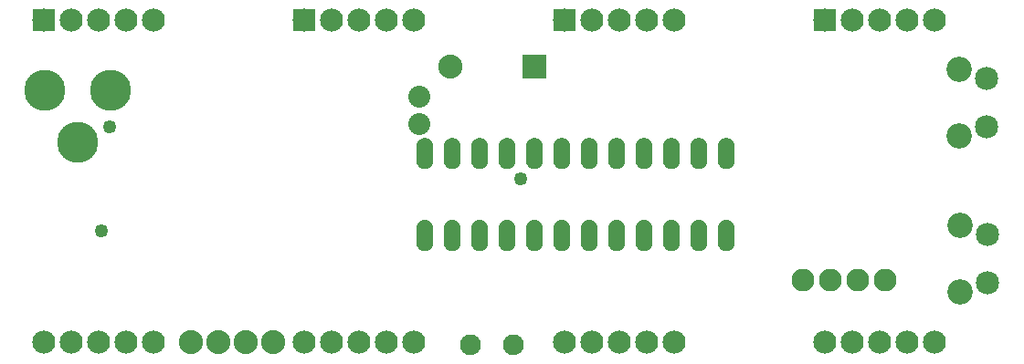
<source format=gbs>
G04 MADE WITH FRITZING*
G04 WWW.FRITZING.ORG*
G04 DOUBLE SIDED*
G04 HOLES PLATED*
G04 CONTOUR ON CENTER OF CONTOUR VECTOR*
%ASAXBY*%
%FSLAX23Y23*%
%MOIN*%
%OFA0B0*%
%SFA1.0B1.0*%
%ADD10C,0.088000*%
%ADD11C,0.083666*%
%ADD12C,0.083069*%
%ADD13C,0.080000*%
%ADD14C,0.049370*%
%ADD15C,0.085000*%
%ADD16C,0.092677*%
%ADD17C,0.084000*%
%ADD18C,0.076000*%
%ADD19C,0.150000*%
%ADD20C,0.062000*%
%ADD21R,0.088000X0.088000*%
%ADD22R,0.084000X0.084000*%
%ADD23R,0.001000X0.001000*%
%LNMASK0*%
G90*
G70*
G54D10*
X2089Y1106D03*
X1782Y1106D03*
G54D11*
X3371Y328D03*
G54D12*
X3271Y328D03*
G54D11*
X3171Y328D03*
X3071Y328D03*
G54D13*
X1671Y898D03*
X1671Y998D03*
X1671Y898D03*
X1671Y998D03*
G54D14*
X541Y888D03*
X511Y508D03*
X2041Y698D03*
G54D15*
X3741Y887D03*
X3741Y1064D03*
G54D16*
X3640Y852D03*
X3640Y1096D03*
G54D15*
X3745Y318D03*
X3745Y495D03*
G54D16*
X3644Y283D03*
X3644Y527D03*
G54D17*
X3151Y1278D03*
X3251Y1278D03*
X3351Y1278D03*
X3451Y1278D03*
X3550Y1278D03*
X3251Y101D03*
X3351Y101D03*
X3451Y101D03*
X3550Y101D03*
X3151Y101D03*
X3151Y1278D03*
X3251Y1278D03*
X3351Y1278D03*
X3451Y1278D03*
X3550Y1278D03*
X3251Y101D03*
X3351Y101D03*
X3451Y101D03*
X3550Y101D03*
X3151Y101D03*
X2201Y1278D03*
X2301Y1278D03*
X2401Y1278D03*
X2501Y1278D03*
X2600Y1278D03*
X2301Y101D03*
X2401Y101D03*
X2501Y101D03*
X2600Y101D03*
X2201Y101D03*
X2201Y1278D03*
X2301Y1278D03*
X2401Y1278D03*
X2501Y1278D03*
X2600Y1278D03*
X2301Y101D03*
X2401Y101D03*
X2501Y101D03*
X2600Y101D03*
X2201Y101D03*
X1251Y1278D03*
X1351Y1278D03*
X1451Y1278D03*
X1551Y1278D03*
X1650Y1278D03*
X1351Y101D03*
X1451Y101D03*
X1551Y101D03*
X1650Y101D03*
X1251Y101D03*
X1251Y1278D03*
X1351Y1278D03*
X1451Y1278D03*
X1551Y1278D03*
X1650Y1278D03*
X1351Y101D03*
X1451Y101D03*
X1551Y101D03*
X1650Y101D03*
X1251Y101D03*
X301Y1278D03*
X401Y1278D03*
X501Y1278D03*
X601Y1278D03*
X700Y1278D03*
X401Y101D03*
X501Y101D03*
X601Y101D03*
X700Y101D03*
X301Y101D03*
X301Y1278D03*
X401Y1278D03*
X501Y1278D03*
X601Y1278D03*
X700Y1278D03*
X401Y101D03*
X501Y101D03*
X601Y101D03*
X700Y101D03*
X301Y101D03*
G54D18*
X1858Y90D03*
X2015Y90D03*
G54D19*
X544Y1020D03*
X304Y1020D03*
X424Y830D03*
G54D20*
X1691Y488D03*
X1791Y488D03*
X2291Y488D03*
X2391Y488D03*
X1891Y488D03*
X1991Y488D03*
X2191Y488D03*
X2091Y488D03*
X2491Y488D03*
X2491Y788D03*
X2391Y788D03*
X2291Y788D03*
X2191Y788D03*
X2091Y788D03*
X1991Y788D03*
X1891Y788D03*
X1791Y788D03*
X1691Y788D03*
X2591Y488D03*
X2691Y488D03*
X2791Y488D03*
X2791Y788D03*
X2691Y788D03*
X2591Y788D03*
G54D10*
X1138Y99D03*
X1038Y99D03*
X938Y99D03*
X838Y99D03*
G54D21*
X2089Y1106D03*
G54D22*
X3151Y1278D03*
X3151Y1278D03*
X2201Y1278D03*
X2201Y1278D03*
X1251Y1278D03*
X1251Y1278D03*
X301Y1278D03*
X301Y1278D03*
G54D23*
X1689Y846D02*
X1691Y846D01*
X1789Y846D02*
X1791Y846D01*
X1889Y846D02*
X1891Y846D01*
X1989Y846D02*
X1991Y846D01*
X2089Y846D02*
X2091Y846D01*
X2189Y846D02*
X2191Y846D01*
X2289Y846D02*
X2291Y846D01*
X2389Y846D02*
X2391Y846D01*
X2489Y846D02*
X2491Y846D01*
X2589Y846D02*
X2591Y846D01*
X2689Y846D02*
X2691Y846D01*
X2789Y846D02*
X2791Y846D01*
X1683Y845D02*
X1697Y845D01*
X1783Y845D02*
X1797Y845D01*
X1883Y845D02*
X1897Y845D01*
X1983Y845D02*
X1997Y845D01*
X2083Y845D02*
X2097Y845D01*
X2183Y845D02*
X2197Y845D01*
X2283Y845D02*
X2297Y845D01*
X2383Y845D02*
X2397Y845D01*
X2483Y845D02*
X2497Y845D01*
X2583Y845D02*
X2597Y845D01*
X2683Y845D02*
X2697Y845D01*
X2783Y845D02*
X2797Y845D01*
X1680Y844D02*
X1701Y844D01*
X1780Y844D02*
X1801Y844D01*
X1880Y844D02*
X1901Y844D01*
X1980Y844D02*
X2000Y844D01*
X2080Y844D02*
X2100Y844D01*
X2180Y844D02*
X2200Y844D01*
X2280Y844D02*
X2300Y844D01*
X2380Y844D02*
X2400Y844D01*
X2480Y844D02*
X2500Y844D01*
X2580Y844D02*
X2600Y844D01*
X2680Y844D02*
X2700Y844D01*
X2780Y844D02*
X2800Y844D01*
X1678Y843D02*
X1703Y843D01*
X1778Y843D02*
X1803Y843D01*
X1877Y843D02*
X1903Y843D01*
X1977Y843D02*
X2003Y843D01*
X2077Y843D02*
X2103Y843D01*
X2177Y843D02*
X2203Y843D01*
X2277Y843D02*
X2303Y843D01*
X2377Y843D02*
X2403Y843D01*
X2477Y843D02*
X2503Y843D01*
X2577Y843D02*
X2603Y843D01*
X2677Y843D02*
X2703Y843D01*
X2777Y843D02*
X2803Y843D01*
X1676Y842D02*
X1705Y842D01*
X1776Y842D02*
X1805Y842D01*
X1876Y842D02*
X1905Y842D01*
X1976Y842D02*
X2005Y842D01*
X2076Y842D02*
X2105Y842D01*
X2175Y842D02*
X2205Y842D01*
X2275Y842D02*
X2305Y842D01*
X2375Y842D02*
X2405Y842D01*
X2475Y842D02*
X2505Y842D01*
X2575Y842D02*
X2605Y842D01*
X2675Y842D02*
X2705Y842D01*
X2775Y842D02*
X2805Y842D01*
X1674Y841D02*
X1707Y841D01*
X1774Y841D02*
X1807Y841D01*
X1874Y841D02*
X1907Y841D01*
X1974Y841D02*
X2007Y841D01*
X2074Y841D02*
X2107Y841D01*
X2174Y841D02*
X2207Y841D01*
X2274Y841D02*
X2307Y841D01*
X2374Y841D02*
X2407Y841D01*
X2474Y841D02*
X2507Y841D01*
X2574Y841D02*
X2606Y841D01*
X2674Y841D02*
X2706Y841D01*
X2774Y841D02*
X2806Y841D01*
X1672Y840D02*
X1708Y840D01*
X1772Y840D02*
X1808Y840D01*
X1872Y840D02*
X1908Y840D01*
X1972Y840D02*
X2008Y840D01*
X2072Y840D02*
X2108Y840D01*
X2172Y840D02*
X2208Y840D01*
X2272Y840D02*
X2308Y840D01*
X2372Y840D02*
X2408Y840D01*
X2472Y840D02*
X2508Y840D01*
X2572Y840D02*
X2608Y840D01*
X2672Y840D02*
X2708Y840D01*
X2772Y840D02*
X2808Y840D01*
X1671Y839D02*
X1709Y839D01*
X1771Y839D02*
X1809Y839D01*
X1871Y839D02*
X1909Y839D01*
X1971Y839D02*
X2009Y839D01*
X2071Y839D02*
X2109Y839D01*
X2171Y839D02*
X2209Y839D01*
X2271Y839D02*
X2309Y839D01*
X2371Y839D02*
X2409Y839D01*
X2471Y839D02*
X2509Y839D01*
X2571Y839D02*
X2609Y839D01*
X2671Y839D02*
X2709Y839D01*
X2771Y839D02*
X2809Y839D01*
X1670Y838D02*
X1711Y838D01*
X1770Y838D02*
X1810Y838D01*
X1870Y838D02*
X1910Y838D01*
X1970Y838D02*
X2010Y838D01*
X2070Y838D02*
X2110Y838D01*
X2170Y838D02*
X2210Y838D01*
X2270Y838D02*
X2310Y838D01*
X2370Y838D02*
X2410Y838D01*
X2470Y838D02*
X2510Y838D01*
X2570Y838D02*
X2610Y838D01*
X2670Y838D02*
X2710Y838D01*
X2770Y838D02*
X2810Y838D01*
X1669Y837D02*
X1712Y837D01*
X1769Y837D02*
X1812Y837D01*
X1869Y837D02*
X1912Y837D01*
X1969Y837D02*
X2012Y837D01*
X2069Y837D02*
X2112Y837D01*
X2169Y837D02*
X2212Y837D01*
X2269Y837D02*
X2312Y837D01*
X2369Y837D02*
X2412Y837D01*
X2469Y837D02*
X2512Y837D01*
X2569Y837D02*
X2612Y837D01*
X2669Y837D02*
X2712Y837D01*
X2769Y837D02*
X2812Y837D01*
X1668Y836D02*
X1713Y836D01*
X1768Y836D02*
X1813Y836D01*
X1868Y836D02*
X1913Y836D01*
X1968Y836D02*
X2012Y836D01*
X2068Y836D02*
X2112Y836D01*
X2168Y836D02*
X2212Y836D01*
X2268Y836D02*
X2312Y836D01*
X2368Y836D02*
X2412Y836D01*
X2468Y836D02*
X2512Y836D01*
X2568Y836D02*
X2612Y836D01*
X2668Y836D02*
X2712Y836D01*
X2768Y836D02*
X2812Y836D01*
X1667Y835D02*
X1713Y835D01*
X1767Y835D02*
X1813Y835D01*
X1867Y835D02*
X1913Y835D01*
X1967Y835D02*
X2013Y835D01*
X2067Y835D02*
X2113Y835D01*
X2167Y835D02*
X2213Y835D01*
X2267Y835D02*
X2313Y835D01*
X2367Y835D02*
X2413Y835D01*
X2467Y835D02*
X2513Y835D01*
X2567Y835D02*
X2613Y835D01*
X2667Y835D02*
X2713Y835D01*
X2767Y835D02*
X2813Y835D01*
X1666Y834D02*
X1714Y834D01*
X1766Y834D02*
X1814Y834D01*
X1866Y834D02*
X1914Y834D01*
X1966Y834D02*
X2014Y834D01*
X2066Y834D02*
X2114Y834D01*
X2166Y834D02*
X2214Y834D01*
X2266Y834D02*
X2314Y834D01*
X2366Y834D02*
X2414Y834D01*
X2466Y834D02*
X2514Y834D01*
X2566Y834D02*
X2614Y834D01*
X2666Y834D02*
X2714Y834D01*
X2766Y834D02*
X2814Y834D01*
X1665Y833D02*
X1715Y833D01*
X1765Y833D02*
X1815Y833D01*
X1865Y833D02*
X1915Y833D01*
X1965Y833D02*
X2015Y833D01*
X2065Y833D02*
X2115Y833D01*
X2165Y833D02*
X2215Y833D01*
X2265Y833D02*
X2315Y833D01*
X2365Y833D02*
X2415Y833D01*
X2465Y833D02*
X2515Y833D01*
X2565Y833D02*
X2615Y833D01*
X2665Y833D02*
X2715Y833D01*
X2765Y833D02*
X2815Y833D01*
X1665Y832D02*
X1716Y832D01*
X1765Y832D02*
X1816Y832D01*
X1865Y832D02*
X1916Y832D01*
X1965Y832D02*
X2016Y832D01*
X2065Y832D02*
X2116Y832D01*
X2165Y832D02*
X2216Y832D01*
X2265Y832D02*
X2316Y832D01*
X2365Y832D02*
X2416Y832D01*
X2465Y832D02*
X2516Y832D01*
X2565Y832D02*
X2616Y832D01*
X2665Y832D02*
X2716Y832D01*
X2765Y832D02*
X2816Y832D01*
X1664Y831D02*
X1716Y831D01*
X1764Y831D02*
X1816Y831D01*
X1864Y831D02*
X1916Y831D01*
X1964Y831D02*
X2016Y831D01*
X2064Y831D02*
X2116Y831D01*
X2164Y831D02*
X2216Y831D01*
X2264Y831D02*
X2316Y831D01*
X2364Y831D02*
X2416Y831D01*
X2464Y831D02*
X2516Y831D01*
X2564Y831D02*
X2616Y831D01*
X2664Y831D02*
X2716Y831D01*
X2764Y831D02*
X2816Y831D01*
X1664Y830D02*
X1717Y830D01*
X1764Y830D02*
X1817Y830D01*
X1864Y830D02*
X1917Y830D01*
X1964Y830D02*
X2017Y830D01*
X2064Y830D02*
X2117Y830D01*
X2164Y830D02*
X2217Y830D01*
X2264Y830D02*
X2317Y830D01*
X2364Y830D02*
X2417Y830D01*
X2464Y830D02*
X2517Y830D01*
X2564Y830D02*
X2617Y830D01*
X2664Y830D02*
X2717Y830D01*
X2764Y830D02*
X2817Y830D01*
X1663Y829D02*
X1717Y829D01*
X1763Y829D02*
X1817Y829D01*
X1863Y829D02*
X1917Y829D01*
X1963Y829D02*
X2017Y829D01*
X2063Y829D02*
X2117Y829D01*
X2163Y829D02*
X2217Y829D01*
X2263Y829D02*
X2317Y829D01*
X2363Y829D02*
X2417Y829D01*
X2463Y829D02*
X2517Y829D01*
X2563Y829D02*
X2617Y829D01*
X2663Y829D02*
X2717Y829D01*
X2763Y829D02*
X2817Y829D01*
X1663Y828D02*
X1718Y828D01*
X1763Y828D02*
X1818Y828D01*
X1863Y828D02*
X1918Y828D01*
X1963Y828D02*
X2018Y828D01*
X2063Y828D02*
X2118Y828D01*
X2163Y828D02*
X2218Y828D01*
X2263Y828D02*
X2318Y828D01*
X2363Y828D02*
X2418Y828D01*
X2463Y828D02*
X2518Y828D01*
X2563Y828D02*
X2618Y828D01*
X2663Y828D02*
X2718Y828D01*
X2763Y828D02*
X2818Y828D01*
X1662Y827D02*
X1718Y827D01*
X1762Y827D02*
X1818Y827D01*
X1862Y827D02*
X1918Y827D01*
X1962Y827D02*
X2018Y827D01*
X2062Y827D02*
X2118Y827D01*
X2162Y827D02*
X2218Y827D01*
X2262Y827D02*
X2318Y827D01*
X2362Y827D02*
X2418Y827D01*
X2462Y827D02*
X2518Y827D01*
X2562Y827D02*
X2618Y827D01*
X2662Y827D02*
X2718Y827D01*
X2762Y827D02*
X2818Y827D01*
X1662Y826D02*
X1719Y826D01*
X1762Y826D02*
X1819Y826D01*
X1862Y826D02*
X1919Y826D01*
X1962Y826D02*
X2019Y826D01*
X2062Y826D02*
X2119Y826D01*
X2162Y826D02*
X2219Y826D01*
X2262Y826D02*
X2319Y826D01*
X2362Y826D02*
X2419Y826D01*
X2462Y826D02*
X2519Y826D01*
X2562Y826D02*
X2619Y826D01*
X2662Y826D02*
X2719Y826D01*
X2762Y826D02*
X2819Y826D01*
X1661Y825D02*
X1719Y825D01*
X1761Y825D02*
X1819Y825D01*
X1861Y825D02*
X1919Y825D01*
X1961Y825D02*
X2019Y825D01*
X2061Y825D02*
X2119Y825D01*
X2161Y825D02*
X2219Y825D01*
X2261Y825D02*
X2319Y825D01*
X2361Y825D02*
X2419Y825D01*
X2461Y825D02*
X2519Y825D01*
X2561Y825D02*
X2619Y825D01*
X2661Y825D02*
X2719Y825D01*
X2761Y825D02*
X2819Y825D01*
X1661Y824D02*
X1719Y824D01*
X1761Y824D02*
X1819Y824D01*
X1861Y824D02*
X1919Y824D01*
X1961Y824D02*
X2019Y824D01*
X2061Y824D02*
X2119Y824D01*
X2161Y824D02*
X2219Y824D01*
X2261Y824D02*
X2319Y824D01*
X2361Y824D02*
X2419Y824D01*
X2461Y824D02*
X2519Y824D01*
X2561Y824D02*
X2619Y824D01*
X2661Y824D02*
X2719Y824D01*
X2761Y824D02*
X2819Y824D01*
X1661Y823D02*
X1720Y823D01*
X1761Y823D02*
X1820Y823D01*
X1861Y823D02*
X1920Y823D01*
X1961Y823D02*
X2020Y823D01*
X2061Y823D02*
X2120Y823D01*
X2161Y823D02*
X2220Y823D01*
X2261Y823D02*
X2320Y823D01*
X2361Y823D02*
X2420Y823D01*
X2461Y823D02*
X2520Y823D01*
X2561Y823D02*
X2619Y823D01*
X2661Y823D02*
X2719Y823D01*
X2761Y823D02*
X2819Y823D01*
X1661Y822D02*
X1720Y822D01*
X1761Y822D02*
X1820Y822D01*
X1861Y822D02*
X1920Y822D01*
X1961Y822D02*
X2020Y822D01*
X2061Y822D02*
X2120Y822D01*
X2161Y822D02*
X2220Y822D01*
X2261Y822D02*
X2320Y822D01*
X2361Y822D02*
X2420Y822D01*
X2461Y822D02*
X2520Y822D01*
X2561Y822D02*
X2620Y822D01*
X2660Y822D02*
X2720Y822D01*
X2760Y822D02*
X2820Y822D01*
X1660Y821D02*
X1720Y821D01*
X1760Y821D02*
X1820Y821D01*
X1860Y821D02*
X1920Y821D01*
X1960Y821D02*
X2020Y821D01*
X2060Y821D02*
X2120Y821D01*
X2160Y821D02*
X2220Y821D01*
X2260Y821D02*
X2320Y821D01*
X2360Y821D02*
X2420Y821D01*
X2460Y821D02*
X2520Y821D01*
X2560Y821D02*
X2620Y821D01*
X2660Y821D02*
X2720Y821D01*
X2760Y821D02*
X2820Y821D01*
X1660Y820D02*
X1720Y820D01*
X1760Y820D02*
X1820Y820D01*
X1860Y820D02*
X1920Y820D01*
X1960Y820D02*
X2020Y820D01*
X2060Y820D02*
X2120Y820D01*
X2160Y820D02*
X2220Y820D01*
X2260Y820D02*
X2320Y820D01*
X2360Y820D02*
X2420Y820D01*
X2460Y820D02*
X2520Y820D01*
X2560Y820D02*
X2620Y820D01*
X2660Y820D02*
X2720Y820D01*
X2760Y820D02*
X2820Y820D01*
X1660Y819D02*
X1720Y819D01*
X1760Y819D02*
X1820Y819D01*
X1860Y819D02*
X1920Y819D01*
X1960Y819D02*
X2020Y819D01*
X2060Y819D02*
X2120Y819D01*
X2160Y819D02*
X2220Y819D01*
X2260Y819D02*
X2320Y819D01*
X2360Y819D02*
X2420Y819D01*
X2460Y819D02*
X2520Y819D01*
X2560Y819D02*
X2620Y819D01*
X2660Y819D02*
X2720Y819D01*
X2760Y819D02*
X2820Y819D01*
X1660Y818D02*
X1721Y818D01*
X1760Y818D02*
X1821Y818D01*
X1860Y818D02*
X1921Y818D01*
X1960Y818D02*
X2021Y818D01*
X2060Y818D02*
X2121Y818D01*
X2160Y818D02*
X2221Y818D01*
X2260Y818D02*
X2320Y818D01*
X2360Y818D02*
X2420Y818D01*
X2460Y818D02*
X2520Y818D01*
X2560Y818D02*
X2620Y818D01*
X2660Y818D02*
X2720Y818D01*
X2760Y818D02*
X2820Y818D01*
X1660Y817D02*
X1721Y817D01*
X1760Y817D02*
X1821Y817D01*
X1860Y817D02*
X1921Y817D01*
X1960Y817D02*
X2021Y817D01*
X2060Y817D02*
X2121Y817D01*
X2160Y817D02*
X2221Y817D01*
X2260Y817D02*
X2321Y817D01*
X2360Y817D02*
X2421Y817D01*
X2460Y817D02*
X2521Y817D01*
X2560Y817D02*
X2621Y817D01*
X2660Y817D02*
X2721Y817D01*
X2760Y817D02*
X2821Y817D01*
X1660Y816D02*
X1721Y816D01*
X1760Y816D02*
X1821Y816D01*
X1860Y816D02*
X1921Y816D01*
X1960Y816D02*
X2021Y816D01*
X2060Y816D02*
X2121Y816D01*
X2160Y816D02*
X2221Y816D01*
X2260Y816D02*
X2321Y816D01*
X2360Y816D02*
X2421Y816D01*
X2460Y816D02*
X2521Y816D01*
X2560Y816D02*
X2621Y816D01*
X2660Y816D02*
X2721Y816D01*
X2760Y816D02*
X2821Y816D01*
X1660Y815D02*
X1721Y815D01*
X1760Y815D02*
X1821Y815D01*
X1860Y815D02*
X1921Y815D01*
X1960Y815D02*
X2021Y815D01*
X2060Y815D02*
X2121Y815D01*
X2160Y815D02*
X2221Y815D01*
X2260Y815D02*
X2321Y815D01*
X2360Y815D02*
X2421Y815D01*
X2460Y815D02*
X2521Y815D01*
X2560Y815D02*
X2621Y815D01*
X2660Y815D02*
X2721Y815D01*
X2760Y815D02*
X2821Y815D01*
X1660Y814D02*
X1721Y814D01*
X1760Y814D02*
X1821Y814D01*
X1860Y814D02*
X1921Y814D01*
X1960Y814D02*
X2021Y814D01*
X2060Y814D02*
X2121Y814D01*
X2160Y814D02*
X2221Y814D01*
X2260Y814D02*
X2321Y814D01*
X2360Y814D02*
X2421Y814D01*
X2460Y814D02*
X2521Y814D01*
X2560Y814D02*
X2621Y814D01*
X2660Y814D02*
X2721Y814D01*
X2760Y814D02*
X2821Y814D01*
X1660Y813D02*
X1721Y813D01*
X1760Y813D02*
X1821Y813D01*
X1860Y813D02*
X1921Y813D01*
X1960Y813D02*
X2021Y813D01*
X2060Y813D02*
X2121Y813D01*
X2160Y813D02*
X2221Y813D01*
X2260Y813D02*
X2321Y813D01*
X2360Y813D02*
X2421Y813D01*
X2460Y813D02*
X2521Y813D01*
X2560Y813D02*
X2621Y813D01*
X2660Y813D02*
X2721Y813D01*
X2760Y813D02*
X2821Y813D01*
X1660Y812D02*
X1721Y812D01*
X1760Y812D02*
X1821Y812D01*
X1860Y812D02*
X1921Y812D01*
X1960Y812D02*
X2021Y812D01*
X2060Y812D02*
X2121Y812D01*
X2160Y812D02*
X2221Y812D01*
X2260Y812D02*
X2321Y812D01*
X2360Y812D02*
X2421Y812D01*
X2460Y812D02*
X2521Y812D01*
X2560Y812D02*
X2621Y812D01*
X2660Y812D02*
X2721Y812D01*
X2760Y812D02*
X2821Y812D01*
X1660Y811D02*
X1721Y811D01*
X1760Y811D02*
X1821Y811D01*
X1860Y811D02*
X1921Y811D01*
X1960Y811D02*
X2021Y811D01*
X2060Y811D02*
X2121Y811D01*
X2160Y811D02*
X2221Y811D01*
X2260Y811D02*
X2321Y811D01*
X2360Y811D02*
X2421Y811D01*
X2460Y811D02*
X2521Y811D01*
X2560Y811D02*
X2621Y811D01*
X2660Y811D02*
X2721Y811D01*
X2760Y811D02*
X2821Y811D01*
X1660Y810D02*
X1721Y810D01*
X1760Y810D02*
X1821Y810D01*
X1860Y810D02*
X1921Y810D01*
X1960Y810D02*
X2021Y810D01*
X2060Y810D02*
X2121Y810D01*
X2160Y810D02*
X2221Y810D01*
X2260Y810D02*
X2321Y810D01*
X2360Y810D02*
X2421Y810D01*
X2460Y810D02*
X2521Y810D01*
X2560Y810D02*
X2621Y810D01*
X2660Y810D02*
X2721Y810D01*
X2760Y810D02*
X2821Y810D01*
X1660Y809D02*
X1721Y809D01*
X1760Y809D02*
X1821Y809D01*
X1860Y809D02*
X1921Y809D01*
X1960Y809D02*
X2021Y809D01*
X2060Y809D02*
X2121Y809D01*
X2160Y809D02*
X2221Y809D01*
X2260Y809D02*
X2321Y809D01*
X2360Y809D02*
X2421Y809D01*
X2460Y809D02*
X2521Y809D01*
X2560Y809D02*
X2621Y809D01*
X2660Y809D02*
X2721Y809D01*
X2760Y809D02*
X2821Y809D01*
X1660Y808D02*
X1721Y808D01*
X1760Y808D02*
X1821Y808D01*
X1860Y808D02*
X1921Y808D01*
X1960Y808D02*
X2021Y808D01*
X2060Y808D02*
X2121Y808D01*
X2160Y808D02*
X2221Y808D01*
X2260Y808D02*
X2321Y808D01*
X2360Y808D02*
X2421Y808D01*
X2460Y808D02*
X2521Y808D01*
X2560Y808D02*
X2621Y808D01*
X2660Y808D02*
X2721Y808D01*
X2760Y808D02*
X2821Y808D01*
X1660Y807D02*
X1721Y807D01*
X1760Y807D02*
X1821Y807D01*
X1860Y807D02*
X1921Y807D01*
X1960Y807D02*
X2021Y807D01*
X2060Y807D02*
X2121Y807D01*
X2160Y807D02*
X2221Y807D01*
X2260Y807D02*
X2321Y807D01*
X2360Y807D02*
X2421Y807D01*
X2460Y807D02*
X2521Y807D01*
X2560Y807D02*
X2621Y807D01*
X2660Y807D02*
X2721Y807D01*
X2760Y807D02*
X2821Y807D01*
X1660Y806D02*
X1721Y806D01*
X1760Y806D02*
X1821Y806D01*
X1860Y806D02*
X1921Y806D01*
X1960Y806D02*
X2021Y806D01*
X2060Y806D02*
X2121Y806D01*
X2160Y806D02*
X2221Y806D01*
X2260Y806D02*
X2321Y806D01*
X2360Y806D02*
X2421Y806D01*
X2460Y806D02*
X2521Y806D01*
X2560Y806D02*
X2621Y806D01*
X2660Y806D02*
X2721Y806D01*
X2760Y806D02*
X2821Y806D01*
X1660Y805D02*
X1721Y805D01*
X1760Y805D02*
X1821Y805D01*
X1860Y805D02*
X1921Y805D01*
X1960Y805D02*
X2021Y805D01*
X2060Y805D02*
X2121Y805D01*
X2160Y805D02*
X2221Y805D01*
X2260Y805D02*
X2321Y805D01*
X2360Y805D02*
X2421Y805D01*
X2460Y805D02*
X2521Y805D01*
X2560Y805D02*
X2621Y805D01*
X2660Y805D02*
X2721Y805D01*
X2760Y805D02*
X2821Y805D01*
X1660Y804D02*
X1721Y804D01*
X1760Y804D02*
X1821Y804D01*
X1860Y804D02*
X1921Y804D01*
X1960Y804D02*
X2021Y804D01*
X2060Y804D02*
X2121Y804D01*
X2160Y804D02*
X2221Y804D01*
X2260Y804D02*
X2321Y804D01*
X2360Y804D02*
X2421Y804D01*
X2460Y804D02*
X2521Y804D01*
X2560Y804D02*
X2621Y804D01*
X2660Y804D02*
X2721Y804D01*
X2760Y804D02*
X2821Y804D01*
X1660Y803D02*
X1721Y803D01*
X1760Y803D02*
X1821Y803D01*
X1860Y803D02*
X1921Y803D01*
X1960Y803D02*
X2021Y803D01*
X2060Y803D02*
X2121Y803D01*
X2160Y803D02*
X2221Y803D01*
X2260Y803D02*
X2321Y803D01*
X2360Y803D02*
X2421Y803D01*
X2460Y803D02*
X2521Y803D01*
X2560Y803D02*
X2621Y803D01*
X2660Y803D02*
X2721Y803D01*
X2760Y803D02*
X2821Y803D01*
X1660Y802D02*
X1721Y802D01*
X1760Y802D02*
X1821Y802D01*
X1860Y802D02*
X1921Y802D01*
X1960Y802D02*
X2021Y802D01*
X2060Y802D02*
X2121Y802D01*
X2160Y802D02*
X2221Y802D01*
X2260Y802D02*
X2321Y802D01*
X2360Y802D02*
X2421Y802D01*
X2460Y802D02*
X2521Y802D01*
X2560Y802D02*
X2621Y802D01*
X2660Y802D02*
X2721Y802D01*
X2760Y802D02*
X2821Y802D01*
X1660Y801D02*
X1721Y801D01*
X1760Y801D02*
X1821Y801D01*
X1860Y801D02*
X1921Y801D01*
X1960Y801D02*
X2021Y801D01*
X2060Y801D02*
X2121Y801D01*
X2160Y801D02*
X2221Y801D01*
X2260Y801D02*
X2321Y801D01*
X2360Y801D02*
X2421Y801D01*
X2460Y801D02*
X2521Y801D01*
X2560Y801D02*
X2621Y801D01*
X2660Y801D02*
X2721Y801D01*
X2760Y801D02*
X2821Y801D01*
X1660Y800D02*
X1688Y800D01*
X1692Y800D02*
X1721Y800D01*
X1760Y800D02*
X1788Y800D01*
X1792Y800D02*
X1821Y800D01*
X1860Y800D02*
X1888Y800D01*
X1892Y800D02*
X1921Y800D01*
X1960Y800D02*
X1988Y800D01*
X1992Y800D02*
X2021Y800D01*
X2060Y800D02*
X2088Y800D01*
X2092Y800D02*
X2121Y800D01*
X2160Y800D02*
X2188Y800D01*
X2192Y800D02*
X2221Y800D01*
X2260Y800D02*
X2288Y800D01*
X2292Y800D02*
X2321Y800D01*
X2360Y800D02*
X2388Y800D01*
X2392Y800D02*
X2421Y800D01*
X2460Y800D02*
X2488Y800D01*
X2492Y800D02*
X2521Y800D01*
X2560Y800D02*
X2588Y800D01*
X2592Y800D02*
X2621Y800D01*
X2660Y800D02*
X2688Y800D01*
X2692Y800D02*
X2721Y800D01*
X2760Y800D02*
X2788Y800D01*
X2792Y800D02*
X2821Y800D01*
X1660Y799D02*
X1685Y799D01*
X1696Y799D02*
X1721Y799D01*
X1760Y799D02*
X1785Y799D01*
X1796Y799D02*
X1821Y799D01*
X1860Y799D02*
X1885Y799D01*
X1896Y799D02*
X1921Y799D01*
X1960Y799D02*
X1985Y799D01*
X1996Y799D02*
X2021Y799D01*
X2060Y799D02*
X2085Y799D01*
X2096Y799D02*
X2121Y799D01*
X2160Y799D02*
X2185Y799D01*
X2196Y799D02*
X2221Y799D01*
X2260Y799D02*
X2285Y799D01*
X2296Y799D02*
X2321Y799D01*
X2360Y799D02*
X2385Y799D01*
X2396Y799D02*
X2421Y799D01*
X2460Y799D02*
X2485Y799D01*
X2496Y799D02*
X2521Y799D01*
X2560Y799D02*
X2585Y799D01*
X2596Y799D02*
X2621Y799D01*
X2660Y799D02*
X2685Y799D01*
X2696Y799D02*
X2721Y799D01*
X2760Y799D02*
X2785Y799D01*
X2796Y799D02*
X2821Y799D01*
X1660Y798D02*
X1683Y798D01*
X1697Y798D02*
X1721Y798D01*
X1760Y798D02*
X1783Y798D01*
X1797Y798D02*
X1821Y798D01*
X1860Y798D02*
X1883Y798D01*
X1897Y798D02*
X1921Y798D01*
X1960Y798D02*
X1983Y798D01*
X1997Y798D02*
X2021Y798D01*
X2060Y798D02*
X2083Y798D01*
X2097Y798D02*
X2121Y798D01*
X2160Y798D02*
X2183Y798D01*
X2197Y798D02*
X2221Y798D01*
X2260Y798D02*
X2283Y798D01*
X2297Y798D02*
X2321Y798D01*
X2360Y798D02*
X2383Y798D01*
X2397Y798D02*
X2421Y798D01*
X2460Y798D02*
X2483Y798D01*
X2497Y798D02*
X2521Y798D01*
X2560Y798D02*
X2583Y798D01*
X2597Y798D02*
X2621Y798D01*
X2660Y798D02*
X2683Y798D01*
X2697Y798D02*
X2721Y798D01*
X2760Y798D02*
X2783Y798D01*
X2797Y798D02*
X2821Y798D01*
X1660Y797D02*
X1682Y797D01*
X1698Y797D02*
X1721Y797D01*
X1760Y797D02*
X1782Y797D01*
X1798Y797D02*
X1821Y797D01*
X1860Y797D02*
X1882Y797D01*
X1898Y797D02*
X1921Y797D01*
X1960Y797D02*
X1982Y797D01*
X1998Y797D02*
X2021Y797D01*
X2060Y797D02*
X2082Y797D01*
X2098Y797D02*
X2121Y797D01*
X2160Y797D02*
X2182Y797D01*
X2198Y797D02*
X2221Y797D01*
X2260Y797D02*
X2282Y797D01*
X2298Y797D02*
X2321Y797D01*
X2360Y797D02*
X2382Y797D01*
X2398Y797D02*
X2421Y797D01*
X2460Y797D02*
X2482Y797D01*
X2498Y797D02*
X2521Y797D01*
X2560Y797D02*
X2582Y797D01*
X2598Y797D02*
X2621Y797D01*
X2660Y797D02*
X2682Y797D01*
X2698Y797D02*
X2721Y797D01*
X2760Y797D02*
X2782Y797D01*
X2798Y797D02*
X2821Y797D01*
X1660Y796D02*
X1681Y796D01*
X1699Y796D02*
X1721Y796D01*
X1760Y796D02*
X1781Y796D01*
X1799Y796D02*
X1821Y796D01*
X1860Y796D02*
X1881Y796D01*
X1899Y796D02*
X1921Y796D01*
X1960Y796D02*
X1981Y796D01*
X1999Y796D02*
X2021Y796D01*
X2060Y796D02*
X2081Y796D01*
X2099Y796D02*
X2121Y796D01*
X2160Y796D02*
X2181Y796D01*
X2199Y796D02*
X2221Y796D01*
X2260Y796D02*
X2281Y796D01*
X2299Y796D02*
X2321Y796D01*
X2360Y796D02*
X2381Y796D01*
X2399Y796D02*
X2421Y796D01*
X2460Y796D02*
X2481Y796D01*
X2499Y796D02*
X2521Y796D01*
X2560Y796D02*
X2581Y796D01*
X2599Y796D02*
X2621Y796D01*
X2660Y796D02*
X2681Y796D01*
X2699Y796D02*
X2721Y796D01*
X2760Y796D02*
X2781Y796D01*
X2799Y796D02*
X2821Y796D01*
X1660Y795D02*
X1680Y795D01*
X1700Y795D02*
X1721Y795D01*
X1760Y795D02*
X1780Y795D01*
X1800Y795D02*
X1821Y795D01*
X1860Y795D02*
X1880Y795D01*
X1900Y795D02*
X1921Y795D01*
X1960Y795D02*
X1980Y795D01*
X2000Y795D02*
X2021Y795D01*
X2060Y795D02*
X2080Y795D01*
X2100Y795D02*
X2121Y795D01*
X2160Y795D02*
X2180Y795D01*
X2200Y795D02*
X2221Y795D01*
X2260Y795D02*
X2280Y795D01*
X2300Y795D02*
X2321Y795D01*
X2360Y795D02*
X2380Y795D01*
X2400Y795D02*
X2421Y795D01*
X2460Y795D02*
X2480Y795D01*
X2500Y795D02*
X2521Y795D01*
X2560Y795D02*
X2580Y795D01*
X2600Y795D02*
X2621Y795D01*
X2660Y795D02*
X2680Y795D01*
X2700Y795D02*
X2721Y795D01*
X2760Y795D02*
X2780Y795D01*
X2800Y795D02*
X2821Y795D01*
X1660Y794D02*
X1680Y794D01*
X1701Y794D02*
X1721Y794D01*
X1760Y794D02*
X1780Y794D01*
X1801Y794D02*
X1821Y794D01*
X1860Y794D02*
X1880Y794D01*
X1901Y794D02*
X1921Y794D01*
X1960Y794D02*
X1980Y794D01*
X2001Y794D02*
X2021Y794D01*
X2060Y794D02*
X2080Y794D01*
X2101Y794D02*
X2121Y794D01*
X2160Y794D02*
X2180Y794D01*
X2201Y794D02*
X2221Y794D01*
X2260Y794D02*
X2280Y794D01*
X2301Y794D02*
X2321Y794D01*
X2360Y794D02*
X2380Y794D01*
X2401Y794D02*
X2421Y794D01*
X2460Y794D02*
X2480Y794D01*
X2501Y794D02*
X2521Y794D01*
X2560Y794D02*
X2580Y794D01*
X2601Y794D02*
X2621Y794D01*
X2660Y794D02*
X2680Y794D01*
X2701Y794D02*
X2721Y794D01*
X2760Y794D02*
X2780Y794D01*
X2801Y794D02*
X2821Y794D01*
X1660Y793D02*
X1679Y793D01*
X1701Y793D02*
X1721Y793D01*
X1760Y793D02*
X1779Y793D01*
X1801Y793D02*
X1821Y793D01*
X1860Y793D02*
X1879Y793D01*
X1901Y793D02*
X1921Y793D01*
X1960Y793D02*
X1979Y793D01*
X2001Y793D02*
X2021Y793D01*
X2060Y793D02*
X2079Y793D01*
X2101Y793D02*
X2121Y793D01*
X2160Y793D02*
X2179Y793D01*
X2201Y793D02*
X2221Y793D01*
X2260Y793D02*
X2279Y793D01*
X2301Y793D02*
X2321Y793D01*
X2360Y793D02*
X2379Y793D01*
X2401Y793D02*
X2421Y793D01*
X2460Y793D02*
X2479Y793D01*
X2501Y793D02*
X2521Y793D01*
X2560Y793D02*
X2579Y793D01*
X2601Y793D02*
X2621Y793D01*
X2660Y793D02*
X2679Y793D01*
X2701Y793D02*
X2721Y793D01*
X2760Y793D02*
X2779Y793D01*
X2801Y793D02*
X2821Y793D01*
X1660Y792D02*
X1679Y792D01*
X1701Y792D02*
X1721Y792D01*
X1760Y792D02*
X1779Y792D01*
X1801Y792D02*
X1821Y792D01*
X1860Y792D02*
X1879Y792D01*
X1901Y792D02*
X1921Y792D01*
X1960Y792D02*
X1979Y792D01*
X2001Y792D02*
X2021Y792D01*
X2060Y792D02*
X2079Y792D01*
X2101Y792D02*
X2121Y792D01*
X2160Y792D02*
X2179Y792D01*
X2201Y792D02*
X2221Y792D01*
X2260Y792D02*
X2279Y792D01*
X2301Y792D02*
X2321Y792D01*
X2360Y792D02*
X2379Y792D01*
X2401Y792D02*
X2421Y792D01*
X2460Y792D02*
X2479Y792D01*
X2501Y792D02*
X2521Y792D01*
X2560Y792D02*
X2579Y792D01*
X2601Y792D02*
X2621Y792D01*
X2660Y792D02*
X2679Y792D01*
X2701Y792D02*
X2721Y792D01*
X2760Y792D02*
X2779Y792D01*
X2801Y792D02*
X2821Y792D01*
X1660Y791D02*
X1679Y791D01*
X1702Y791D02*
X1721Y791D01*
X1760Y791D02*
X1779Y791D01*
X1802Y791D02*
X1821Y791D01*
X1860Y791D02*
X1879Y791D01*
X1902Y791D02*
X1921Y791D01*
X1960Y791D02*
X1979Y791D01*
X2002Y791D02*
X2021Y791D01*
X2060Y791D02*
X2079Y791D01*
X2102Y791D02*
X2121Y791D01*
X2160Y791D02*
X2179Y791D01*
X2202Y791D02*
X2221Y791D01*
X2260Y791D02*
X2279Y791D01*
X2301Y791D02*
X2321Y791D01*
X2360Y791D02*
X2379Y791D01*
X2401Y791D02*
X2421Y791D01*
X2460Y791D02*
X2479Y791D01*
X2501Y791D02*
X2521Y791D01*
X2560Y791D02*
X2579Y791D01*
X2601Y791D02*
X2621Y791D01*
X2660Y791D02*
X2679Y791D01*
X2701Y791D02*
X2721Y791D01*
X2760Y791D02*
X2779Y791D01*
X2801Y791D02*
X2821Y791D01*
X1660Y790D02*
X1679Y790D01*
X1702Y790D02*
X1721Y790D01*
X1760Y790D02*
X1779Y790D01*
X1802Y790D02*
X1821Y790D01*
X1860Y790D02*
X1879Y790D01*
X1902Y790D02*
X1921Y790D01*
X1960Y790D02*
X1979Y790D01*
X2002Y790D02*
X2021Y790D01*
X2060Y790D02*
X2079Y790D01*
X2102Y790D02*
X2121Y790D01*
X2160Y790D02*
X2179Y790D01*
X2202Y790D02*
X2221Y790D01*
X2260Y790D02*
X2279Y790D01*
X2302Y790D02*
X2321Y790D01*
X2360Y790D02*
X2379Y790D01*
X2402Y790D02*
X2421Y790D01*
X2460Y790D02*
X2479Y790D01*
X2502Y790D02*
X2521Y790D01*
X2560Y790D02*
X2579Y790D01*
X2602Y790D02*
X2621Y790D01*
X2660Y790D02*
X2679Y790D01*
X2702Y790D02*
X2721Y790D01*
X2760Y790D02*
X2779Y790D01*
X2802Y790D02*
X2821Y790D01*
X1660Y789D02*
X1679Y789D01*
X1702Y789D02*
X1721Y789D01*
X1760Y789D02*
X1779Y789D01*
X1802Y789D02*
X1821Y789D01*
X1860Y789D02*
X1879Y789D01*
X1902Y789D02*
X1921Y789D01*
X1960Y789D02*
X1979Y789D01*
X2002Y789D02*
X2021Y789D01*
X2060Y789D02*
X2079Y789D01*
X2102Y789D02*
X2121Y789D01*
X2160Y789D02*
X2179Y789D01*
X2202Y789D02*
X2221Y789D01*
X2260Y789D02*
X2279Y789D01*
X2302Y789D02*
X2321Y789D01*
X2360Y789D02*
X2379Y789D01*
X2402Y789D02*
X2421Y789D01*
X2460Y789D02*
X2479Y789D01*
X2502Y789D02*
X2521Y789D01*
X2560Y789D02*
X2579Y789D01*
X2602Y789D02*
X2621Y789D01*
X2660Y789D02*
X2679Y789D01*
X2702Y789D02*
X2721Y789D01*
X2760Y789D02*
X2779Y789D01*
X2802Y789D02*
X2821Y789D01*
X1660Y788D02*
X1679Y788D01*
X1702Y788D02*
X1721Y788D01*
X1760Y788D02*
X1779Y788D01*
X1802Y788D02*
X1821Y788D01*
X1860Y788D02*
X1879Y788D01*
X1902Y788D02*
X1921Y788D01*
X1960Y788D02*
X1979Y788D01*
X2002Y788D02*
X2021Y788D01*
X2060Y788D02*
X2079Y788D01*
X2102Y788D02*
X2121Y788D01*
X2160Y788D02*
X2179Y788D01*
X2202Y788D02*
X2221Y788D01*
X2260Y788D02*
X2279Y788D01*
X2302Y788D02*
X2321Y788D01*
X2360Y788D02*
X2379Y788D01*
X2402Y788D02*
X2421Y788D01*
X2460Y788D02*
X2479Y788D01*
X2502Y788D02*
X2521Y788D01*
X2560Y788D02*
X2579Y788D01*
X2602Y788D02*
X2621Y788D01*
X2660Y788D02*
X2679Y788D01*
X2702Y788D02*
X2721Y788D01*
X2760Y788D02*
X2779Y788D01*
X2802Y788D02*
X2821Y788D01*
X1660Y787D02*
X1679Y787D01*
X1702Y787D02*
X1721Y787D01*
X1760Y787D02*
X1779Y787D01*
X1802Y787D02*
X1821Y787D01*
X1860Y787D02*
X1879Y787D01*
X1902Y787D02*
X1921Y787D01*
X1960Y787D02*
X1979Y787D01*
X2001Y787D02*
X2021Y787D01*
X2060Y787D02*
X2079Y787D01*
X2101Y787D02*
X2121Y787D01*
X2160Y787D02*
X2179Y787D01*
X2201Y787D02*
X2221Y787D01*
X2260Y787D02*
X2279Y787D01*
X2301Y787D02*
X2321Y787D01*
X2360Y787D02*
X2379Y787D01*
X2401Y787D02*
X2421Y787D01*
X2460Y787D02*
X2479Y787D01*
X2501Y787D02*
X2521Y787D01*
X2560Y787D02*
X2579Y787D01*
X2601Y787D02*
X2621Y787D01*
X2660Y787D02*
X2679Y787D01*
X2701Y787D02*
X2721Y787D01*
X2760Y787D02*
X2779Y787D01*
X2801Y787D02*
X2821Y787D01*
X1660Y786D02*
X1679Y786D01*
X1701Y786D02*
X1721Y786D01*
X1760Y786D02*
X1779Y786D01*
X1801Y786D02*
X1821Y786D01*
X1860Y786D02*
X1879Y786D01*
X1901Y786D02*
X1921Y786D01*
X1960Y786D02*
X1979Y786D01*
X2001Y786D02*
X2021Y786D01*
X2060Y786D02*
X2079Y786D01*
X2101Y786D02*
X2121Y786D01*
X2160Y786D02*
X2179Y786D01*
X2201Y786D02*
X2221Y786D01*
X2260Y786D02*
X2279Y786D01*
X2301Y786D02*
X2321Y786D01*
X2360Y786D02*
X2379Y786D01*
X2401Y786D02*
X2421Y786D01*
X2460Y786D02*
X2479Y786D01*
X2501Y786D02*
X2521Y786D01*
X2560Y786D02*
X2579Y786D01*
X2601Y786D02*
X2621Y786D01*
X2660Y786D02*
X2679Y786D01*
X2701Y786D02*
X2721Y786D01*
X2760Y786D02*
X2779Y786D01*
X2801Y786D02*
X2821Y786D01*
X1660Y785D02*
X1679Y785D01*
X1701Y785D02*
X1721Y785D01*
X1760Y785D02*
X1779Y785D01*
X1801Y785D02*
X1821Y785D01*
X1860Y785D02*
X1879Y785D01*
X1901Y785D02*
X1921Y785D01*
X1960Y785D02*
X1979Y785D01*
X2001Y785D02*
X2021Y785D01*
X2060Y785D02*
X2079Y785D01*
X2101Y785D02*
X2121Y785D01*
X2160Y785D02*
X2179Y785D01*
X2201Y785D02*
X2221Y785D01*
X2260Y785D02*
X2279Y785D01*
X2301Y785D02*
X2321Y785D01*
X2360Y785D02*
X2379Y785D01*
X2401Y785D02*
X2421Y785D01*
X2460Y785D02*
X2479Y785D01*
X2501Y785D02*
X2521Y785D01*
X2560Y785D02*
X2579Y785D01*
X2601Y785D02*
X2621Y785D01*
X2660Y785D02*
X2679Y785D01*
X2701Y785D02*
X2721Y785D01*
X2760Y785D02*
X2779Y785D01*
X2801Y785D02*
X2821Y785D01*
X1660Y784D02*
X1680Y784D01*
X1700Y784D02*
X1721Y784D01*
X1760Y784D02*
X1780Y784D01*
X1800Y784D02*
X1821Y784D01*
X1860Y784D02*
X1880Y784D01*
X1900Y784D02*
X1921Y784D01*
X1960Y784D02*
X1980Y784D01*
X2000Y784D02*
X2021Y784D01*
X2060Y784D02*
X2080Y784D01*
X2100Y784D02*
X2121Y784D01*
X2160Y784D02*
X2180Y784D01*
X2200Y784D02*
X2221Y784D01*
X2260Y784D02*
X2280Y784D01*
X2300Y784D02*
X2321Y784D01*
X2360Y784D02*
X2380Y784D01*
X2400Y784D02*
X2421Y784D01*
X2460Y784D02*
X2480Y784D01*
X2500Y784D02*
X2521Y784D01*
X2560Y784D02*
X2580Y784D01*
X2600Y784D02*
X2621Y784D01*
X2660Y784D02*
X2680Y784D01*
X2700Y784D02*
X2721Y784D01*
X2760Y784D02*
X2780Y784D01*
X2800Y784D02*
X2821Y784D01*
X1660Y783D02*
X1681Y783D01*
X1700Y783D02*
X1721Y783D01*
X1760Y783D02*
X1781Y783D01*
X1800Y783D02*
X1821Y783D01*
X1860Y783D02*
X1881Y783D01*
X1900Y783D02*
X1921Y783D01*
X1960Y783D02*
X1981Y783D01*
X2000Y783D02*
X2021Y783D01*
X2060Y783D02*
X2081Y783D01*
X2100Y783D02*
X2121Y783D01*
X2160Y783D02*
X2181Y783D01*
X2200Y783D02*
X2221Y783D01*
X2260Y783D02*
X2280Y783D01*
X2300Y783D02*
X2321Y783D01*
X2360Y783D02*
X2380Y783D01*
X2400Y783D02*
X2421Y783D01*
X2460Y783D02*
X2480Y783D01*
X2500Y783D02*
X2521Y783D01*
X2560Y783D02*
X2580Y783D01*
X2600Y783D02*
X2621Y783D01*
X2660Y783D02*
X2680Y783D01*
X2700Y783D02*
X2721Y783D01*
X2760Y783D02*
X2780Y783D01*
X2800Y783D02*
X2821Y783D01*
X1660Y782D02*
X1681Y782D01*
X1699Y782D02*
X1721Y782D01*
X1760Y782D02*
X1781Y782D01*
X1799Y782D02*
X1821Y782D01*
X1860Y782D02*
X1881Y782D01*
X1899Y782D02*
X1921Y782D01*
X1960Y782D02*
X1981Y782D01*
X1999Y782D02*
X2021Y782D01*
X2060Y782D02*
X2081Y782D01*
X2099Y782D02*
X2121Y782D01*
X2160Y782D02*
X2181Y782D01*
X2199Y782D02*
X2221Y782D01*
X2260Y782D02*
X2281Y782D01*
X2299Y782D02*
X2321Y782D01*
X2360Y782D02*
X2381Y782D01*
X2399Y782D02*
X2421Y782D01*
X2460Y782D02*
X2481Y782D01*
X2499Y782D02*
X2521Y782D01*
X2560Y782D02*
X2581Y782D01*
X2599Y782D02*
X2621Y782D01*
X2660Y782D02*
X2681Y782D01*
X2699Y782D02*
X2721Y782D01*
X2760Y782D02*
X2781Y782D01*
X2799Y782D02*
X2821Y782D01*
X1660Y781D02*
X1682Y781D01*
X1698Y781D02*
X1721Y781D01*
X1760Y781D02*
X1782Y781D01*
X1798Y781D02*
X1821Y781D01*
X1860Y781D02*
X1882Y781D01*
X1898Y781D02*
X1921Y781D01*
X1960Y781D02*
X1982Y781D01*
X1998Y781D02*
X2021Y781D01*
X2060Y781D02*
X2082Y781D01*
X2098Y781D02*
X2121Y781D01*
X2160Y781D02*
X2182Y781D01*
X2198Y781D02*
X2221Y781D01*
X2260Y781D02*
X2282Y781D01*
X2298Y781D02*
X2321Y781D01*
X2360Y781D02*
X2382Y781D01*
X2398Y781D02*
X2421Y781D01*
X2460Y781D02*
X2482Y781D01*
X2498Y781D02*
X2521Y781D01*
X2560Y781D02*
X2582Y781D01*
X2598Y781D02*
X2621Y781D01*
X2660Y781D02*
X2682Y781D01*
X2698Y781D02*
X2721Y781D01*
X2760Y781D02*
X2782Y781D01*
X2798Y781D02*
X2821Y781D01*
X1660Y780D02*
X1684Y780D01*
X1697Y780D02*
X1721Y780D01*
X1760Y780D02*
X1784Y780D01*
X1797Y780D02*
X1821Y780D01*
X1860Y780D02*
X1884Y780D01*
X1897Y780D02*
X1921Y780D01*
X1960Y780D02*
X1984Y780D01*
X1997Y780D02*
X2021Y780D01*
X2060Y780D02*
X2083Y780D01*
X2097Y780D02*
X2121Y780D01*
X2160Y780D02*
X2183Y780D01*
X2197Y780D02*
X2221Y780D01*
X2260Y780D02*
X2283Y780D01*
X2297Y780D02*
X2321Y780D01*
X2360Y780D02*
X2383Y780D01*
X2397Y780D02*
X2421Y780D01*
X2460Y780D02*
X2483Y780D01*
X2497Y780D02*
X2521Y780D01*
X2560Y780D02*
X2583Y780D01*
X2597Y780D02*
X2621Y780D01*
X2660Y780D02*
X2683Y780D01*
X2697Y780D02*
X2721Y780D01*
X2760Y780D02*
X2783Y780D01*
X2797Y780D02*
X2821Y780D01*
X1660Y779D02*
X1685Y779D01*
X1695Y779D02*
X1721Y779D01*
X1760Y779D02*
X1785Y779D01*
X1795Y779D02*
X1821Y779D01*
X1860Y779D02*
X1885Y779D01*
X1895Y779D02*
X1921Y779D01*
X1960Y779D02*
X1985Y779D01*
X1995Y779D02*
X2021Y779D01*
X2060Y779D02*
X2085Y779D01*
X2095Y779D02*
X2121Y779D01*
X2160Y779D02*
X2185Y779D01*
X2195Y779D02*
X2221Y779D01*
X2260Y779D02*
X2285Y779D01*
X2295Y779D02*
X2321Y779D01*
X2360Y779D02*
X2385Y779D01*
X2395Y779D02*
X2421Y779D01*
X2460Y779D02*
X2485Y779D01*
X2495Y779D02*
X2521Y779D01*
X2560Y779D02*
X2585Y779D01*
X2595Y779D02*
X2621Y779D01*
X2660Y779D02*
X2685Y779D01*
X2695Y779D02*
X2721Y779D01*
X2760Y779D02*
X2785Y779D01*
X2795Y779D02*
X2821Y779D01*
X1660Y778D02*
X1721Y778D01*
X1760Y778D02*
X1821Y778D01*
X1860Y778D02*
X1921Y778D01*
X1960Y778D02*
X2021Y778D01*
X2060Y778D02*
X2121Y778D01*
X2160Y778D02*
X2221Y778D01*
X2260Y778D02*
X2321Y778D01*
X2360Y778D02*
X2421Y778D01*
X2460Y778D02*
X2521Y778D01*
X2560Y778D02*
X2621Y778D01*
X2660Y778D02*
X2721Y778D01*
X2760Y778D02*
X2821Y778D01*
X1660Y777D02*
X1721Y777D01*
X1760Y777D02*
X1821Y777D01*
X1860Y777D02*
X1921Y777D01*
X1960Y777D02*
X2021Y777D01*
X2060Y777D02*
X2121Y777D01*
X2160Y777D02*
X2221Y777D01*
X2260Y777D02*
X2321Y777D01*
X2360Y777D02*
X2421Y777D01*
X2460Y777D02*
X2521Y777D01*
X2560Y777D02*
X2621Y777D01*
X2660Y777D02*
X2721Y777D01*
X2760Y777D02*
X2821Y777D01*
X1660Y776D02*
X1721Y776D01*
X1760Y776D02*
X1821Y776D01*
X1860Y776D02*
X1921Y776D01*
X1960Y776D02*
X2021Y776D01*
X2060Y776D02*
X2121Y776D01*
X2160Y776D02*
X2221Y776D01*
X2260Y776D02*
X2321Y776D01*
X2360Y776D02*
X2421Y776D01*
X2460Y776D02*
X2521Y776D01*
X2560Y776D02*
X2621Y776D01*
X2660Y776D02*
X2721Y776D01*
X2760Y776D02*
X2821Y776D01*
X1660Y775D02*
X1721Y775D01*
X1760Y775D02*
X1821Y775D01*
X1860Y775D02*
X1921Y775D01*
X1960Y775D02*
X2021Y775D01*
X2060Y775D02*
X2121Y775D01*
X2160Y775D02*
X2221Y775D01*
X2260Y775D02*
X2321Y775D01*
X2360Y775D02*
X2421Y775D01*
X2460Y775D02*
X2521Y775D01*
X2560Y775D02*
X2621Y775D01*
X2660Y775D02*
X2721Y775D01*
X2760Y775D02*
X2821Y775D01*
X1660Y774D02*
X1721Y774D01*
X1760Y774D02*
X1821Y774D01*
X1860Y774D02*
X1921Y774D01*
X1960Y774D02*
X2021Y774D01*
X2060Y774D02*
X2121Y774D01*
X2160Y774D02*
X2221Y774D01*
X2260Y774D02*
X2321Y774D01*
X2360Y774D02*
X2421Y774D01*
X2460Y774D02*
X2521Y774D01*
X2560Y774D02*
X2621Y774D01*
X2660Y774D02*
X2721Y774D01*
X2760Y774D02*
X2821Y774D01*
X1660Y773D02*
X1721Y773D01*
X1760Y773D02*
X1821Y773D01*
X1860Y773D02*
X1921Y773D01*
X1960Y773D02*
X2021Y773D01*
X2060Y773D02*
X2121Y773D01*
X2160Y773D02*
X2221Y773D01*
X2260Y773D02*
X2321Y773D01*
X2360Y773D02*
X2421Y773D01*
X2460Y773D02*
X2521Y773D01*
X2560Y773D02*
X2621Y773D01*
X2660Y773D02*
X2721Y773D01*
X2760Y773D02*
X2821Y773D01*
X1660Y772D02*
X1721Y772D01*
X1760Y772D02*
X1821Y772D01*
X1860Y772D02*
X1921Y772D01*
X1960Y772D02*
X2021Y772D01*
X2060Y772D02*
X2121Y772D01*
X2160Y772D02*
X2221Y772D01*
X2260Y772D02*
X2321Y772D01*
X2360Y772D02*
X2421Y772D01*
X2460Y772D02*
X2521Y772D01*
X2560Y772D02*
X2621Y772D01*
X2660Y772D02*
X2721Y772D01*
X2760Y772D02*
X2821Y772D01*
X1660Y771D02*
X1721Y771D01*
X1760Y771D02*
X1821Y771D01*
X1860Y771D02*
X1921Y771D01*
X1960Y771D02*
X2021Y771D01*
X2060Y771D02*
X2121Y771D01*
X2160Y771D02*
X2221Y771D01*
X2260Y771D02*
X2321Y771D01*
X2360Y771D02*
X2421Y771D01*
X2460Y771D02*
X2521Y771D01*
X2560Y771D02*
X2621Y771D01*
X2660Y771D02*
X2721Y771D01*
X2760Y771D02*
X2821Y771D01*
X1660Y770D02*
X1721Y770D01*
X1760Y770D02*
X1821Y770D01*
X1860Y770D02*
X1921Y770D01*
X1960Y770D02*
X2021Y770D01*
X2060Y770D02*
X2121Y770D01*
X2160Y770D02*
X2221Y770D01*
X2260Y770D02*
X2321Y770D01*
X2360Y770D02*
X2421Y770D01*
X2460Y770D02*
X2521Y770D01*
X2560Y770D02*
X2621Y770D01*
X2660Y770D02*
X2721Y770D01*
X2760Y770D02*
X2821Y770D01*
X1660Y769D02*
X1721Y769D01*
X1760Y769D02*
X1821Y769D01*
X1860Y769D02*
X1921Y769D01*
X1960Y769D02*
X2021Y769D01*
X2060Y769D02*
X2121Y769D01*
X2160Y769D02*
X2221Y769D01*
X2260Y769D02*
X2321Y769D01*
X2360Y769D02*
X2421Y769D01*
X2460Y769D02*
X2521Y769D01*
X2560Y769D02*
X2621Y769D01*
X2660Y769D02*
X2721Y769D01*
X2760Y769D02*
X2821Y769D01*
X1660Y768D02*
X1721Y768D01*
X1760Y768D02*
X1821Y768D01*
X1860Y768D02*
X1921Y768D01*
X1960Y768D02*
X2021Y768D01*
X2060Y768D02*
X2121Y768D01*
X2160Y768D02*
X2221Y768D01*
X2260Y768D02*
X2321Y768D01*
X2360Y768D02*
X2421Y768D01*
X2460Y768D02*
X2521Y768D01*
X2560Y768D02*
X2621Y768D01*
X2660Y768D02*
X2721Y768D01*
X2760Y768D02*
X2821Y768D01*
X1660Y767D02*
X1721Y767D01*
X1760Y767D02*
X1821Y767D01*
X1860Y767D02*
X1921Y767D01*
X1960Y767D02*
X2021Y767D01*
X2060Y767D02*
X2121Y767D01*
X2160Y767D02*
X2221Y767D01*
X2260Y767D02*
X2321Y767D01*
X2360Y767D02*
X2421Y767D01*
X2460Y767D02*
X2521Y767D01*
X2560Y767D02*
X2621Y767D01*
X2660Y767D02*
X2721Y767D01*
X2760Y767D02*
X2821Y767D01*
X1660Y766D02*
X1721Y766D01*
X1760Y766D02*
X1821Y766D01*
X1860Y766D02*
X1921Y766D01*
X1960Y766D02*
X2021Y766D01*
X2060Y766D02*
X2121Y766D01*
X2160Y766D02*
X2221Y766D01*
X2260Y766D02*
X2321Y766D01*
X2360Y766D02*
X2421Y766D01*
X2460Y766D02*
X2521Y766D01*
X2560Y766D02*
X2621Y766D01*
X2660Y766D02*
X2721Y766D01*
X2760Y766D02*
X2821Y766D01*
X1660Y765D02*
X1721Y765D01*
X1760Y765D02*
X1821Y765D01*
X1860Y765D02*
X1921Y765D01*
X1960Y765D02*
X2021Y765D01*
X2060Y765D02*
X2121Y765D01*
X2160Y765D02*
X2221Y765D01*
X2260Y765D02*
X2321Y765D01*
X2360Y765D02*
X2421Y765D01*
X2460Y765D02*
X2521Y765D01*
X2560Y765D02*
X2621Y765D01*
X2660Y765D02*
X2721Y765D01*
X2760Y765D02*
X2821Y765D01*
X1660Y764D02*
X1721Y764D01*
X1760Y764D02*
X1821Y764D01*
X1860Y764D02*
X1921Y764D01*
X1960Y764D02*
X2021Y764D01*
X2060Y764D02*
X2121Y764D01*
X2160Y764D02*
X2221Y764D01*
X2260Y764D02*
X2321Y764D01*
X2360Y764D02*
X2421Y764D01*
X2460Y764D02*
X2521Y764D01*
X2560Y764D02*
X2621Y764D01*
X2660Y764D02*
X2721Y764D01*
X2760Y764D02*
X2821Y764D01*
X1660Y763D02*
X1721Y763D01*
X1760Y763D02*
X1821Y763D01*
X1860Y763D02*
X1921Y763D01*
X1960Y763D02*
X2021Y763D01*
X2060Y763D02*
X2121Y763D01*
X2160Y763D02*
X2221Y763D01*
X2260Y763D02*
X2321Y763D01*
X2360Y763D02*
X2421Y763D01*
X2460Y763D02*
X2521Y763D01*
X2560Y763D02*
X2621Y763D01*
X2660Y763D02*
X2721Y763D01*
X2760Y763D02*
X2821Y763D01*
X1660Y762D02*
X1721Y762D01*
X1760Y762D02*
X1821Y762D01*
X1860Y762D02*
X1921Y762D01*
X1960Y762D02*
X2021Y762D01*
X2060Y762D02*
X2121Y762D01*
X2160Y762D02*
X2221Y762D01*
X2260Y762D02*
X2321Y762D01*
X2360Y762D02*
X2421Y762D01*
X2460Y762D02*
X2521Y762D01*
X2560Y762D02*
X2621Y762D01*
X2660Y762D02*
X2721Y762D01*
X2760Y762D02*
X2821Y762D01*
X1660Y761D02*
X1721Y761D01*
X1760Y761D02*
X1821Y761D01*
X1860Y761D02*
X1921Y761D01*
X1960Y761D02*
X2021Y761D01*
X2060Y761D02*
X2121Y761D01*
X2160Y761D02*
X2221Y761D01*
X2260Y761D02*
X2321Y761D01*
X2360Y761D02*
X2421Y761D01*
X2460Y761D02*
X2521Y761D01*
X2560Y761D02*
X2621Y761D01*
X2660Y761D02*
X2721Y761D01*
X2760Y761D02*
X2821Y761D01*
X1660Y760D02*
X1721Y760D01*
X1760Y760D02*
X1821Y760D01*
X1860Y760D02*
X1921Y760D01*
X1960Y760D02*
X2020Y760D01*
X2060Y760D02*
X2120Y760D01*
X2160Y760D02*
X2220Y760D01*
X2260Y760D02*
X2320Y760D01*
X2360Y760D02*
X2420Y760D01*
X2460Y760D02*
X2520Y760D01*
X2560Y760D02*
X2620Y760D01*
X2660Y760D02*
X2720Y760D01*
X2760Y760D02*
X2820Y760D01*
X1660Y759D02*
X1720Y759D01*
X1760Y759D02*
X1820Y759D01*
X1860Y759D02*
X1920Y759D01*
X1960Y759D02*
X2020Y759D01*
X2060Y759D02*
X2120Y759D01*
X2160Y759D02*
X2220Y759D01*
X2260Y759D02*
X2320Y759D01*
X2360Y759D02*
X2420Y759D01*
X2460Y759D02*
X2520Y759D01*
X2560Y759D02*
X2620Y759D01*
X2660Y759D02*
X2720Y759D01*
X2760Y759D02*
X2820Y759D01*
X1660Y758D02*
X1720Y758D01*
X1760Y758D02*
X1820Y758D01*
X1860Y758D02*
X1920Y758D01*
X1960Y758D02*
X2020Y758D01*
X2060Y758D02*
X2120Y758D01*
X2160Y758D02*
X2220Y758D01*
X2260Y758D02*
X2320Y758D01*
X2360Y758D02*
X2420Y758D01*
X2460Y758D02*
X2520Y758D01*
X2560Y758D02*
X2620Y758D01*
X2660Y758D02*
X2720Y758D01*
X2760Y758D02*
X2820Y758D01*
X1660Y757D02*
X1720Y757D01*
X1760Y757D02*
X1820Y757D01*
X1860Y757D02*
X1920Y757D01*
X1960Y757D02*
X2020Y757D01*
X2060Y757D02*
X2120Y757D01*
X2160Y757D02*
X2220Y757D01*
X2260Y757D02*
X2320Y757D01*
X2360Y757D02*
X2420Y757D01*
X2460Y757D02*
X2520Y757D01*
X2560Y757D02*
X2620Y757D01*
X2660Y757D02*
X2720Y757D01*
X2760Y757D02*
X2820Y757D01*
X1661Y756D02*
X1720Y756D01*
X1761Y756D02*
X1820Y756D01*
X1861Y756D02*
X1920Y756D01*
X1961Y756D02*
X2020Y756D01*
X2061Y756D02*
X2120Y756D01*
X2161Y756D02*
X2220Y756D01*
X2261Y756D02*
X2320Y756D01*
X2361Y756D02*
X2420Y756D01*
X2461Y756D02*
X2520Y756D01*
X2561Y756D02*
X2620Y756D01*
X2661Y756D02*
X2720Y756D01*
X2761Y756D02*
X2820Y756D01*
X1661Y755D02*
X1720Y755D01*
X1761Y755D02*
X1820Y755D01*
X1861Y755D02*
X1919Y755D01*
X1961Y755D02*
X2019Y755D01*
X2061Y755D02*
X2119Y755D01*
X2161Y755D02*
X2219Y755D01*
X2261Y755D02*
X2319Y755D01*
X2361Y755D02*
X2419Y755D01*
X2461Y755D02*
X2519Y755D01*
X2561Y755D02*
X2619Y755D01*
X2661Y755D02*
X2719Y755D01*
X2761Y755D02*
X2819Y755D01*
X1661Y754D02*
X1719Y754D01*
X1761Y754D02*
X1819Y754D01*
X1861Y754D02*
X1919Y754D01*
X1961Y754D02*
X2019Y754D01*
X2061Y754D02*
X2119Y754D01*
X2161Y754D02*
X2219Y754D01*
X2261Y754D02*
X2319Y754D01*
X2361Y754D02*
X2419Y754D01*
X2461Y754D02*
X2519Y754D01*
X2561Y754D02*
X2619Y754D01*
X2661Y754D02*
X2719Y754D01*
X2761Y754D02*
X2819Y754D01*
X1662Y753D02*
X1719Y753D01*
X1762Y753D02*
X1819Y753D01*
X1862Y753D02*
X1919Y753D01*
X1962Y753D02*
X2019Y753D01*
X2061Y753D02*
X2119Y753D01*
X2161Y753D02*
X2219Y753D01*
X2261Y753D02*
X2319Y753D01*
X2361Y753D02*
X2419Y753D01*
X2461Y753D02*
X2519Y753D01*
X2561Y753D02*
X2619Y753D01*
X2661Y753D02*
X2719Y753D01*
X2761Y753D02*
X2819Y753D01*
X1662Y752D02*
X1719Y752D01*
X1762Y752D02*
X1818Y752D01*
X1862Y752D02*
X1918Y752D01*
X1962Y752D02*
X2018Y752D01*
X2062Y752D02*
X2118Y752D01*
X2162Y752D02*
X2218Y752D01*
X2262Y752D02*
X2318Y752D01*
X2362Y752D02*
X2418Y752D01*
X2462Y752D02*
X2518Y752D01*
X2562Y752D02*
X2618Y752D01*
X2662Y752D02*
X2718Y752D01*
X2762Y752D02*
X2818Y752D01*
X1662Y751D02*
X1718Y751D01*
X1762Y751D02*
X1818Y751D01*
X1862Y751D02*
X1918Y751D01*
X1962Y751D02*
X2018Y751D01*
X2062Y751D02*
X2118Y751D01*
X2162Y751D02*
X2218Y751D01*
X2262Y751D02*
X2318Y751D01*
X2362Y751D02*
X2418Y751D01*
X2462Y751D02*
X2518Y751D01*
X2562Y751D02*
X2618Y751D01*
X2662Y751D02*
X2718Y751D01*
X2762Y751D02*
X2818Y751D01*
X1663Y750D02*
X1718Y750D01*
X1763Y750D02*
X1818Y750D01*
X1863Y750D02*
X1918Y750D01*
X1963Y750D02*
X2018Y750D01*
X2063Y750D02*
X2118Y750D01*
X2163Y750D02*
X2218Y750D01*
X2263Y750D02*
X2318Y750D01*
X2363Y750D02*
X2418Y750D01*
X2463Y750D02*
X2518Y750D01*
X2563Y750D02*
X2618Y750D01*
X2663Y750D02*
X2718Y750D01*
X2763Y750D02*
X2818Y750D01*
X1663Y749D02*
X1717Y749D01*
X1763Y749D02*
X1817Y749D01*
X1863Y749D02*
X1917Y749D01*
X1963Y749D02*
X2017Y749D01*
X2063Y749D02*
X2117Y749D01*
X2163Y749D02*
X2217Y749D01*
X2263Y749D02*
X2317Y749D01*
X2363Y749D02*
X2417Y749D01*
X2463Y749D02*
X2517Y749D01*
X2563Y749D02*
X2617Y749D01*
X2663Y749D02*
X2717Y749D01*
X2763Y749D02*
X2817Y749D01*
X1664Y748D02*
X1717Y748D01*
X1764Y748D02*
X1817Y748D01*
X1864Y748D02*
X1917Y748D01*
X1964Y748D02*
X2017Y748D01*
X2064Y748D02*
X2117Y748D01*
X2164Y748D02*
X2217Y748D01*
X2264Y748D02*
X2317Y748D01*
X2364Y748D02*
X2417Y748D01*
X2464Y748D02*
X2517Y748D01*
X2564Y748D02*
X2617Y748D01*
X2664Y748D02*
X2717Y748D01*
X2764Y748D02*
X2817Y748D01*
X1664Y747D02*
X1716Y747D01*
X1764Y747D02*
X1816Y747D01*
X1864Y747D02*
X1916Y747D01*
X1964Y747D02*
X2016Y747D01*
X2064Y747D02*
X2116Y747D01*
X2164Y747D02*
X2216Y747D01*
X2264Y747D02*
X2316Y747D01*
X2364Y747D02*
X2416Y747D01*
X2464Y747D02*
X2516Y747D01*
X2564Y747D02*
X2616Y747D01*
X2664Y747D02*
X2716Y747D01*
X2764Y747D02*
X2816Y747D01*
X1665Y746D02*
X1715Y746D01*
X1765Y746D02*
X1815Y746D01*
X1865Y746D02*
X1915Y746D01*
X1965Y746D02*
X2015Y746D01*
X2065Y746D02*
X2115Y746D01*
X2165Y746D02*
X2215Y746D01*
X2265Y746D02*
X2315Y746D01*
X2365Y746D02*
X2415Y746D01*
X2465Y746D02*
X2515Y746D01*
X2565Y746D02*
X2615Y746D01*
X2665Y746D02*
X2715Y746D01*
X2765Y746D02*
X2815Y746D01*
X1666Y745D02*
X1715Y745D01*
X1766Y745D02*
X1815Y745D01*
X1866Y745D02*
X1915Y745D01*
X1966Y745D02*
X2015Y745D01*
X2066Y745D02*
X2115Y745D01*
X2166Y745D02*
X2215Y745D01*
X2266Y745D02*
X2315Y745D01*
X2366Y745D02*
X2415Y745D01*
X2466Y745D02*
X2515Y745D01*
X2566Y745D02*
X2615Y745D01*
X2666Y745D02*
X2715Y745D01*
X2766Y745D02*
X2815Y745D01*
X1666Y744D02*
X1714Y744D01*
X1766Y744D02*
X1814Y744D01*
X1866Y744D02*
X1914Y744D01*
X1966Y744D02*
X2014Y744D01*
X2066Y744D02*
X2114Y744D01*
X2166Y744D02*
X2214Y744D01*
X2266Y744D02*
X2314Y744D01*
X2366Y744D02*
X2414Y744D01*
X2466Y744D02*
X2514Y744D01*
X2566Y744D02*
X2614Y744D01*
X2666Y744D02*
X2714Y744D01*
X2766Y744D02*
X2814Y744D01*
X1667Y743D02*
X1713Y743D01*
X1767Y743D02*
X1813Y743D01*
X1867Y743D02*
X1913Y743D01*
X1967Y743D02*
X2013Y743D01*
X2067Y743D02*
X2113Y743D01*
X2167Y743D02*
X2213Y743D01*
X2267Y743D02*
X2313Y743D01*
X2367Y743D02*
X2413Y743D01*
X2467Y743D02*
X2513Y743D01*
X2567Y743D02*
X2613Y743D01*
X2667Y743D02*
X2713Y743D01*
X2767Y743D02*
X2813Y743D01*
X1668Y742D02*
X1712Y742D01*
X1768Y742D02*
X1812Y742D01*
X1868Y742D02*
X1912Y742D01*
X1968Y742D02*
X2012Y742D01*
X2068Y742D02*
X2112Y742D01*
X2168Y742D02*
X2212Y742D01*
X2268Y742D02*
X2312Y742D01*
X2368Y742D02*
X2412Y742D01*
X2468Y742D02*
X2512Y742D01*
X2568Y742D02*
X2612Y742D01*
X2668Y742D02*
X2712Y742D01*
X2768Y742D02*
X2812Y742D01*
X1669Y741D02*
X1711Y741D01*
X1769Y741D02*
X1811Y741D01*
X1869Y741D02*
X1911Y741D01*
X1969Y741D02*
X2011Y741D01*
X2069Y741D02*
X2111Y741D01*
X2169Y741D02*
X2211Y741D01*
X2269Y741D02*
X2311Y741D01*
X2369Y741D02*
X2411Y741D01*
X2469Y741D02*
X2511Y741D01*
X2569Y741D02*
X2611Y741D01*
X2669Y741D02*
X2711Y741D01*
X2769Y741D02*
X2811Y741D01*
X1670Y740D02*
X1710Y740D01*
X1770Y740D02*
X1810Y740D01*
X1870Y740D02*
X1910Y740D01*
X1970Y740D02*
X2010Y740D01*
X2070Y740D02*
X2110Y740D01*
X2170Y740D02*
X2210Y740D01*
X2270Y740D02*
X2310Y740D01*
X2370Y740D02*
X2410Y740D01*
X2470Y740D02*
X2510Y740D01*
X2570Y740D02*
X2610Y740D01*
X2670Y740D02*
X2710Y740D01*
X2770Y740D02*
X2810Y740D01*
X1671Y739D02*
X1709Y739D01*
X1771Y739D02*
X1809Y739D01*
X1871Y739D02*
X1909Y739D01*
X1971Y739D02*
X2009Y739D01*
X2071Y739D02*
X2109Y739D01*
X2171Y739D02*
X2209Y739D01*
X2271Y739D02*
X2309Y739D01*
X2371Y739D02*
X2409Y739D01*
X2471Y739D02*
X2509Y739D01*
X2571Y739D02*
X2609Y739D01*
X2671Y739D02*
X2709Y739D01*
X2771Y739D02*
X2809Y739D01*
X1673Y738D02*
X1708Y738D01*
X1773Y738D02*
X1808Y738D01*
X1873Y738D02*
X1908Y738D01*
X1973Y738D02*
X2008Y738D01*
X2073Y738D02*
X2108Y738D01*
X2173Y738D02*
X2208Y738D01*
X2273Y738D02*
X2308Y738D01*
X2373Y738D02*
X2408Y738D01*
X2473Y738D02*
X2508Y738D01*
X2573Y738D02*
X2608Y738D01*
X2673Y738D02*
X2708Y738D01*
X2773Y738D02*
X2808Y738D01*
X1674Y737D02*
X1706Y737D01*
X1774Y737D02*
X1806Y737D01*
X1874Y737D02*
X1906Y737D01*
X1974Y737D02*
X2006Y737D01*
X2074Y737D02*
X2106Y737D01*
X2174Y737D02*
X2206Y737D01*
X2274Y737D02*
X2306Y737D01*
X2374Y737D02*
X2406Y737D01*
X2474Y737D02*
X2506Y737D01*
X2574Y737D02*
X2606Y737D01*
X2674Y737D02*
X2706Y737D01*
X2774Y737D02*
X2806Y737D01*
X1676Y736D02*
X1704Y736D01*
X1776Y736D02*
X1804Y736D01*
X1876Y736D02*
X1904Y736D01*
X1976Y736D02*
X2004Y736D01*
X2076Y736D02*
X2104Y736D01*
X2176Y736D02*
X2204Y736D01*
X2276Y736D02*
X2304Y736D01*
X2376Y736D02*
X2404Y736D01*
X2476Y736D02*
X2504Y736D01*
X2576Y736D02*
X2604Y736D01*
X2676Y736D02*
X2704Y736D01*
X2776Y736D02*
X2804Y736D01*
X1678Y735D02*
X1702Y735D01*
X1778Y735D02*
X1802Y735D01*
X1878Y735D02*
X1902Y735D01*
X1978Y735D02*
X2002Y735D01*
X2078Y735D02*
X2102Y735D01*
X2178Y735D02*
X2202Y735D01*
X2278Y735D02*
X2302Y735D01*
X2378Y735D02*
X2402Y735D01*
X2478Y735D02*
X2502Y735D01*
X2578Y735D02*
X2602Y735D01*
X2678Y735D02*
X2702Y735D01*
X2778Y735D02*
X2802Y735D01*
X1680Y734D02*
X1700Y734D01*
X1780Y734D02*
X1800Y734D01*
X1880Y734D02*
X1900Y734D01*
X1980Y734D02*
X2000Y734D01*
X2080Y734D02*
X2100Y734D01*
X2180Y734D02*
X2200Y734D01*
X2280Y734D02*
X2300Y734D01*
X2380Y734D02*
X2400Y734D01*
X2480Y734D02*
X2500Y734D01*
X2580Y734D02*
X2600Y734D01*
X2680Y734D02*
X2700Y734D01*
X2780Y734D02*
X2800Y734D01*
X1684Y733D02*
X1697Y733D01*
X1784Y733D02*
X1797Y733D01*
X1884Y733D02*
X1897Y733D01*
X1984Y733D02*
X1997Y733D01*
X2084Y733D02*
X2097Y733D01*
X2184Y733D02*
X2197Y733D01*
X2284Y733D02*
X2297Y733D01*
X2384Y733D02*
X2397Y733D01*
X2484Y733D02*
X2497Y733D01*
X2584Y733D02*
X2597Y733D01*
X2684Y733D02*
X2696Y733D01*
X2784Y733D02*
X2796Y733D01*
X1687Y546D02*
X1693Y546D01*
X1787Y546D02*
X1793Y546D01*
X1887Y546D02*
X1893Y546D01*
X1987Y546D02*
X1993Y546D01*
X2087Y546D02*
X2093Y546D01*
X2187Y546D02*
X2193Y546D01*
X2287Y546D02*
X2293Y546D01*
X2387Y546D02*
X2393Y546D01*
X2487Y546D02*
X2493Y546D01*
X2587Y546D02*
X2593Y546D01*
X2687Y546D02*
X2693Y546D01*
X2787Y546D02*
X2793Y546D01*
X1682Y545D02*
X1698Y545D01*
X1782Y545D02*
X1798Y545D01*
X1882Y545D02*
X1898Y545D01*
X1982Y545D02*
X1998Y545D01*
X2082Y545D02*
X2098Y545D01*
X2182Y545D02*
X2198Y545D01*
X2282Y545D02*
X2298Y545D01*
X2382Y545D02*
X2398Y545D01*
X2482Y545D02*
X2498Y545D01*
X2582Y545D02*
X2598Y545D01*
X2682Y545D02*
X2698Y545D01*
X2782Y545D02*
X2798Y545D01*
X1679Y544D02*
X1701Y544D01*
X1779Y544D02*
X1801Y544D01*
X1879Y544D02*
X1901Y544D01*
X1979Y544D02*
X2001Y544D01*
X2079Y544D02*
X2101Y544D01*
X2179Y544D02*
X2201Y544D01*
X2279Y544D02*
X2301Y544D01*
X2379Y544D02*
X2401Y544D01*
X2479Y544D02*
X2501Y544D01*
X2579Y544D02*
X2601Y544D01*
X2679Y544D02*
X2701Y544D01*
X2779Y544D02*
X2801Y544D01*
X1677Y543D02*
X1703Y543D01*
X1777Y543D02*
X1803Y543D01*
X1877Y543D02*
X1903Y543D01*
X1977Y543D02*
X2003Y543D01*
X2077Y543D02*
X2103Y543D01*
X2177Y543D02*
X2203Y543D01*
X2277Y543D02*
X2303Y543D01*
X2377Y543D02*
X2403Y543D01*
X2477Y543D02*
X2503Y543D01*
X2577Y543D02*
X2603Y543D01*
X2677Y543D02*
X2703Y543D01*
X2777Y543D02*
X2803Y543D01*
X1675Y542D02*
X1705Y542D01*
X1775Y542D02*
X1805Y542D01*
X1875Y542D02*
X1905Y542D01*
X1975Y542D02*
X2005Y542D01*
X2075Y542D02*
X2105Y542D01*
X2175Y542D02*
X2205Y542D01*
X2275Y542D02*
X2305Y542D01*
X2375Y542D02*
X2405Y542D01*
X2475Y542D02*
X2505Y542D01*
X2575Y542D02*
X2605Y542D01*
X2675Y542D02*
X2705Y542D01*
X2775Y542D02*
X2805Y542D01*
X1674Y541D02*
X1707Y541D01*
X1774Y541D02*
X1807Y541D01*
X1874Y541D02*
X1907Y541D01*
X1973Y541D02*
X2007Y541D01*
X2073Y541D02*
X2107Y541D01*
X2173Y541D02*
X2207Y541D01*
X2273Y541D02*
X2307Y541D01*
X2373Y541D02*
X2407Y541D01*
X2473Y541D02*
X2507Y541D01*
X2573Y541D02*
X2607Y541D01*
X2673Y541D02*
X2707Y541D01*
X2773Y541D02*
X2807Y541D01*
X1672Y540D02*
X1708Y540D01*
X1772Y540D02*
X1808Y540D01*
X1872Y540D02*
X1908Y540D01*
X1972Y540D02*
X2008Y540D01*
X2072Y540D02*
X2108Y540D01*
X2172Y540D02*
X2208Y540D01*
X2272Y540D02*
X2308Y540D01*
X2372Y540D02*
X2408Y540D01*
X2472Y540D02*
X2508Y540D01*
X2572Y540D02*
X2608Y540D01*
X2672Y540D02*
X2708Y540D01*
X2772Y540D02*
X2808Y540D01*
X1671Y539D02*
X1710Y539D01*
X1771Y539D02*
X1810Y539D01*
X1871Y539D02*
X1910Y539D01*
X1971Y539D02*
X2010Y539D01*
X2071Y539D02*
X2110Y539D01*
X2171Y539D02*
X2210Y539D01*
X2271Y539D02*
X2310Y539D01*
X2371Y539D02*
X2410Y539D01*
X2471Y539D02*
X2510Y539D01*
X2571Y539D02*
X2610Y539D01*
X2671Y539D02*
X2710Y539D01*
X2771Y539D02*
X2810Y539D01*
X1670Y538D02*
X1711Y538D01*
X1770Y538D02*
X1811Y538D01*
X1870Y538D02*
X1911Y538D01*
X1970Y538D02*
X2011Y538D01*
X2070Y538D02*
X2111Y538D01*
X2170Y538D02*
X2211Y538D01*
X2270Y538D02*
X2311Y538D01*
X2370Y538D02*
X2411Y538D01*
X2470Y538D02*
X2511Y538D01*
X2570Y538D02*
X2611Y538D01*
X2670Y538D02*
X2711Y538D01*
X2770Y538D02*
X2811Y538D01*
X1669Y537D02*
X1712Y537D01*
X1769Y537D02*
X1812Y537D01*
X1869Y537D02*
X1912Y537D01*
X1969Y537D02*
X2012Y537D01*
X2069Y537D02*
X2112Y537D01*
X2169Y537D02*
X2212Y537D01*
X2269Y537D02*
X2312Y537D01*
X2369Y537D02*
X2412Y537D01*
X2469Y537D02*
X2512Y537D01*
X2569Y537D02*
X2612Y537D01*
X2669Y537D02*
X2712Y537D01*
X2769Y537D02*
X2812Y537D01*
X1668Y536D02*
X1713Y536D01*
X1768Y536D02*
X1813Y536D01*
X1868Y536D02*
X1913Y536D01*
X1968Y536D02*
X2013Y536D01*
X2068Y536D02*
X2113Y536D01*
X2168Y536D02*
X2213Y536D01*
X2268Y536D02*
X2313Y536D01*
X2368Y536D02*
X2413Y536D01*
X2468Y536D02*
X2513Y536D01*
X2568Y536D02*
X2613Y536D01*
X2668Y536D02*
X2713Y536D01*
X2768Y536D02*
X2813Y536D01*
X1667Y535D02*
X1714Y535D01*
X1767Y535D02*
X1814Y535D01*
X1867Y535D02*
X1914Y535D01*
X1967Y535D02*
X2014Y535D01*
X2067Y535D02*
X2114Y535D01*
X2167Y535D02*
X2214Y535D01*
X2267Y535D02*
X2314Y535D01*
X2367Y535D02*
X2414Y535D01*
X2467Y535D02*
X2514Y535D01*
X2567Y535D02*
X2614Y535D01*
X2667Y535D02*
X2714Y535D01*
X2767Y535D02*
X2814Y535D01*
X1666Y534D02*
X1714Y534D01*
X1766Y534D02*
X1814Y534D01*
X1866Y534D02*
X1914Y534D01*
X1966Y534D02*
X2014Y534D01*
X2066Y534D02*
X2114Y534D01*
X2166Y534D02*
X2214Y534D01*
X2266Y534D02*
X2314Y534D01*
X2366Y534D02*
X2414Y534D01*
X2466Y534D02*
X2514Y534D01*
X2566Y534D02*
X2614Y534D01*
X2666Y534D02*
X2714Y534D01*
X2766Y534D02*
X2814Y534D01*
X1665Y533D02*
X1715Y533D01*
X1765Y533D02*
X1815Y533D01*
X1865Y533D02*
X1915Y533D01*
X1965Y533D02*
X2015Y533D01*
X2065Y533D02*
X2115Y533D01*
X2165Y533D02*
X2215Y533D01*
X2265Y533D02*
X2315Y533D01*
X2365Y533D02*
X2415Y533D01*
X2465Y533D02*
X2515Y533D01*
X2565Y533D02*
X2615Y533D01*
X2665Y533D02*
X2715Y533D01*
X2765Y533D02*
X2815Y533D01*
X1665Y532D02*
X1716Y532D01*
X1765Y532D02*
X1816Y532D01*
X1865Y532D02*
X1916Y532D01*
X1965Y532D02*
X2016Y532D01*
X2065Y532D02*
X2116Y532D01*
X2165Y532D02*
X2216Y532D01*
X2265Y532D02*
X2316Y532D01*
X2365Y532D02*
X2416Y532D01*
X2465Y532D02*
X2516Y532D01*
X2565Y532D02*
X2616Y532D01*
X2665Y532D02*
X2716Y532D01*
X2765Y532D02*
X2816Y532D01*
X1664Y531D02*
X1716Y531D01*
X1764Y531D02*
X1816Y531D01*
X1864Y531D02*
X1916Y531D01*
X1964Y531D02*
X2016Y531D01*
X2064Y531D02*
X2116Y531D01*
X2164Y531D02*
X2216Y531D01*
X2264Y531D02*
X2316Y531D01*
X2364Y531D02*
X2416Y531D01*
X2464Y531D02*
X2516Y531D01*
X2564Y531D02*
X2616Y531D01*
X2664Y531D02*
X2716Y531D01*
X2764Y531D02*
X2816Y531D01*
X1664Y530D02*
X1717Y530D01*
X1764Y530D02*
X1817Y530D01*
X1864Y530D02*
X1917Y530D01*
X1963Y530D02*
X2017Y530D01*
X2063Y530D02*
X2117Y530D01*
X2163Y530D02*
X2217Y530D01*
X2263Y530D02*
X2317Y530D01*
X2363Y530D02*
X2417Y530D01*
X2463Y530D02*
X2517Y530D01*
X2563Y530D02*
X2617Y530D01*
X2663Y530D02*
X2717Y530D01*
X2763Y530D02*
X2817Y530D01*
X1663Y529D02*
X1717Y529D01*
X1763Y529D02*
X1817Y529D01*
X1863Y529D02*
X1917Y529D01*
X1963Y529D02*
X2017Y529D01*
X2063Y529D02*
X2117Y529D01*
X2163Y529D02*
X2217Y529D01*
X2263Y529D02*
X2317Y529D01*
X2363Y529D02*
X2417Y529D01*
X2463Y529D02*
X2517Y529D01*
X2563Y529D02*
X2617Y529D01*
X2663Y529D02*
X2717Y529D01*
X2763Y529D02*
X2817Y529D01*
X1663Y528D02*
X1718Y528D01*
X1763Y528D02*
X1818Y528D01*
X1863Y528D02*
X1918Y528D01*
X1963Y528D02*
X2018Y528D01*
X2063Y528D02*
X2118Y528D01*
X2163Y528D02*
X2218Y528D01*
X2262Y528D02*
X2318Y528D01*
X2362Y528D02*
X2418Y528D01*
X2462Y528D02*
X2518Y528D01*
X2562Y528D02*
X2618Y528D01*
X2662Y528D02*
X2718Y528D01*
X2762Y528D02*
X2818Y528D01*
X1662Y527D02*
X1718Y527D01*
X1762Y527D02*
X1818Y527D01*
X1862Y527D02*
X1918Y527D01*
X1962Y527D02*
X2018Y527D01*
X2062Y527D02*
X2118Y527D01*
X2162Y527D02*
X2218Y527D01*
X2262Y527D02*
X2318Y527D01*
X2362Y527D02*
X2418Y527D01*
X2462Y527D02*
X2518Y527D01*
X2562Y527D02*
X2618Y527D01*
X2662Y527D02*
X2718Y527D01*
X2762Y527D02*
X2818Y527D01*
X1662Y526D02*
X1719Y526D01*
X1762Y526D02*
X1819Y526D01*
X1862Y526D02*
X1919Y526D01*
X1962Y526D02*
X2019Y526D01*
X2062Y526D02*
X2119Y526D01*
X2162Y526D02*
X2219Y526D01*
X2262Y526D02*
X2319Y526D01*
X2362Y526D02*
X2419Y526D01*
X2462Y526D02*
X2519Y526D01*
X2562Y526D02*
X2619Y526D01*
X2662Y526D02*
X2719Y526D01*
X2762Y526D02*
X2819Y526D01*
X1661Y525D02*
X1719Y525D01*
X1761Y525D02*
X1819Y525D01*
X1861Y525D02*
X1919Y525D01*
X1961Y525D02*
X2019Y525D01*
X2061Y525D02*
X2119Y525D01*
X2161Y525D02*
X2219Y525D01*
X2261Y525D02*
X2319Y525D01*
X2361Y525D02*
X2419Y525D01*
X2461Y525D02*
X2519Y525D01*
X2561Y525D02*
X2619Y525D01*
X2661Y525D02*
X2719Y525D01*
X2761Y525D02*
X2819Y525D01*
X1661Y524D02*
X1719Y524D01*
X1761Y524D02*
X1819Y524D01*
X1861Y524D02*
X1919Y524D01*
X1961Y524D02*
X2019Y524D01*
X2061Y524D02*
X2119Y524D01*
X2161Y524D02*
X2219Y524D01*
X2261Y524D02*
X2319Y524D01*
X2361Y524D02*
X2419Y524D01*
X2461Y524D02*
X2519Y524D01*
X2561Y524D02*
X2619Y524D01*
X2661Y524D02*
X2719Y524D01*
X2761Y524D02*
X2819Y524D01*
X1661Y523D02*
X1720Y523D01*
X1761Y523D02*
X1820Y523D01*
X1861Y523D02*
X1920Y523D01*
X1961Y523D02*
X2020Y523D01*
X2061Y523D02*
X2120Y523D01*
X2161Y523D02*
X2220Y523D01*
X2261Y523D02*
X2320Y523D01*
X2361Y523D02*
X2420Y523D01*
X2461Y523D02*
X2520Y523D01*
X2561Y523D02*
X2620Y523D01*
X2661Y523D02*
X2720Y523D01*
X2761Y523D02*
X2820Y523D01*
X1661Y522D02*
X1720Y522D01*
X1761Y522D02*
X1820Y522D01*
X1861Y522D02*
X1920Y522D01*
X1960Y522D02*
X2020Y522D01*
X2060Y522D02*
X2120Y522D01*
X2160Y522D02*
X2220Y522D01*
X2260Y522D02*
X2320Y522D01*
X2360Y522D02*
X2420Y522D01*
X2460Y522D02*
X2520Y522D01*
X2560Y522D02*
X2620Y522D01*
X2660Y522D02*
X2720Y522D01*
X2760Y522D02*
X2820Y522D01*
X1660Y521D02*
X1720Y521D01*
X1760Y521D02*
X1820Y521D01*
X1860Y521D02*
X1920Y521D01*
X1960Y521D02*
X2020Y521D01*
X2060Y521D02*
X2120Y521D01*
X2160Y521D02*
X2220Y521D01*
X2260Y521D02*
X2320Y521D01*
X2360Y521D02*
X2420Y521D01*
X2460Y521D02*
X2520Y521D01*
X2560Y521D02*
X2620Y521D01*
X2660Y521D02*
X2720Y521D01*
X2760Y521D02*
X2820Y521D01*
X1660Y520D02*
X1720Y520D01*
X1760Y520D02*
X1820Y520D01*
X1860Y520D02*
X1920Y520D01*
X1960Y520D02*
X2020Y520D01*
X2060Y520D02*
X2120Y520D01*
X2160Y520D02*
X2220Y520D01*
X2260Y520D02*
X2320Y520D01*
X2360Y520D02*
X2420Y520D01*
X2460Y520D02*
X2520Y520D01*
X2560Y520D02*
X2620Y520D01*
X2660Y520D02*
X2720Y520D01*
X2760Y520D02*
X2820Y520D01*
X1660Y519D02*
X1720Y519D01*
X1760Y519D02*
X1820Y519D01*
X1860Y519D02*
X1920Y519D01*
X1960Y519D02*
X2020Y519D01*
X2060Y519D02*
X2120Y519D01*
X2160Y519D02*
X2220Y519D01*
X2260Y519D02*
X2320Y519D01*
X2360Y519D02*
X2420Y519D01*
X2460Y519D02*
X2520Y519D01*
X2560Y519D02*
X2620Y519D01*
X2660Y519D02*
X2720Y519D01*
X2760Y519D02*
X2820Y519D01*
X1660Y518D02*
X1721Y518D01*
X1760Y518D02*
X1821Y518D01*
X1860Y518D02*
X1921Y518D01*
X1960Y518D02*
X2021Y518D01*
X2060Y518D02*
X2121Y518D01*
X2160Y518D02*
X2221Y518D01*
X2260Y518D02*
X2321Y518D01*
X2360Y518D02*
X2421Y518D01*
X2460Y518D02*
X2520Y518D01*
X2560Y518D02*
X2620Y518D01*
X2660Y518D02*
X2720Y518D01*
X2760Y518D02*
X2820Y518D01*
X1660Y517D02*
X1721Y517D01*
X1760Y517D02*
X1821Y517D01*
X1860Y517D02*
X1921Y517D01*
X1960Y517D02*
X2021Y517D01*
X2060Y517D02*
X2121Y517D01*
X2160Y517D02*
X2221Y517D01*
X2260Y517D02*
X2321Y517D01*
X2360Y517D02*
X2421Y517D01*
X2460Y517D02*
X2521Y517D01*
X2560Y517D02*
X2621Y517D01*
X2660Y517D02*
X2721Y517D01*
X2760Y517D02*
X2821Y517D01*
X1660Y516D02*
X1721Y516D01*
X1760Y516D02*
X1821Y516D01*
X1860Y516D02*
X1921Y516D01*
X1960Y516D02*
X2021Y516D01*
X2060Y516D02*
X2121Y516D01*
X2160Y516D02*
X2221Y516D01*
X2260Y516D02*
X2321Y516D01*
X2360Y516D02*
X2421Y516D01*
X2460Y516D02*
X2521Y516D01*
X2560Y516D02*
X2621Y516D01*
X2660Y516D02*
X2721Y516D01*
X2760Y516D02*
X2821Y516D01*
X1660Y515D02*
X1721Y515D01*
X1760Y515D02*
X1821Y515D01*
X1860Y515D02*
X1921Y515D01*
X1960Y515D02*
X2021Y515D01*
X2060Y515D02*
X2121Y515D01*
X2160Y515D02*
X2221Y515D01*
X2260Y515D02*
X2321Y515D01*
X2360Y515D02*
X2421Y515D01*
X2460Y515D02*
X2521Y515D01*
X2560Y515D02*
X2621Y515D01*
X2660Y515D02*
X2721Y515D01*
X2760Y515D02*
X2821Y515D01*
X1660Y514D02*
X1721Y514D01*
X1760Y514D02*
X1821Y514D01*
X1860Y514D02*
X1921Y514D01*
X1960Y514D02*
X2021Y514D01*
X2060Y514D02*
X2121Y514D01*
X2160Y514D02*
X2221Y514D01*
X2260Y514D02*
X2321Y514D01*
X2360Y514D02*
X2421Y514D01*
X2460Y514D02*
X2521Y514D01*
X2560Y514D02*
X2621Y514D01*
X2660Y514D02*
X2721Y514D01*
X2760Y514D02*
X2821Y514D01*
X1660Y513D02*
X1721Y513D01*
X1760Y513D02*
X1821Y513D01*
X1860Y513D02*
X1921Y513D01*
X1960Y513D02*
X2021Y513D01*
X2060Y513D02*
X2121Y513D01*
X2160Y513D02*
X2221Y513D01*
X2260Y513D02*
X2321Y513D01*
X2360Y513D02*
X2421Y513D01*
X2460Y513D02*
X2521Y513D01*
X2560Y513D02*
X2621Y513D01*
X2660Y513D02*
X2721Y513D01*
X2760Y513D02*
X2821Y513D01*
X1660Y512D02*
X1721Y512D01*
X1760Y512D02*
X1821Y512D01*
X1860Y512D02*
X1921Y512D01*
X1960Y512D02*
X2021Y512D01*
X2060Y512D02*
X2121Y512D01*
X2160Y512D02*
X2221Y512D01*
X2260Y512D02*
X2321Y512D01*
X2360Y512D02*
X2421Y512D01*
X2460Y512D02*
X2521Y512D01*
X2560Y512D02*
X2621Y512D01*
X2660Y512D02*
X2721Y512D01*
X2760Y512D02*
X2821Y512D01*
X1660Y511D02*
X1721Y511D01*
X1760Y511D02*
X1821Y511D01*
X1860Y511D02*
X1921Y511D01*
X1960Y511D02*
X2021Y511D01*
X2060Y511D02*
X2121Y511D01*
X2160Y511D02*
X2221Y511D01*
X2260Y511D02*
X2321Y511D01*
X2360Y511D02*
X2421Y511D01*
X2460Y511D02*
X2521Y511D01*
X2560Y511D02*
X2621Y511D01*
X2660Y511D02*
X2721Y511D01*
X2760Y511D02*
X2821Y511D01*
X1660Y510D02*
X1721Y510D01*
X1760Y510D02*
X1821Y510D01*
X1860Y510D02*
X1921Y510D01*
X1960Y510D02*
X2021Y510D01*
X2060Y510D02*
X2121Y510D01*
X2160Y510D02*
X2221Y510D01*
X2260Y510D02*
X2321Y510D01*
X2360Y510D02*
X2421Y510D01*
X2460Y510D02*
X2521Y510D01*
X2560Y510D02*
X2621Y510D01*
X2660Y510D02*
X2721Y510D01*
X2760Y510D02*
X2821Y510D01*
X1660Y509D02*
X1721Y509D01*
X1760Y509D02*
X1821Y509D01*
X1860Y509D02*
X1921Y509D01*
X1960Y509D02*
X2021Y509D01*
X2060Y509D02*
X2121Y509D01*
X2160Y509D02*
X2221Y509D01*
X2260Y509D02*
X2321Y509D01*
X2360Y509D02*
X2421Y509D01*
X2460Y509D02*
X2521Y509D01*
X2560Y509D02*
X2621Y509D01*
X2660Y509D02*
X2721Y509D01*
X2760Y509D02*
X2821Y509D01*
X1660Y508D02*
X1721Y508D01*
X1760Y508D02*
X1821Y508D01*
X1860Y508D02*
X1921Y508D01*
X1960Y508D02*
X2021Y508D01*
X2060Y508D02*
X2121Y508D01*
X2160Y508D02*
X2221Y508D01*
X2260Y508D02*
X2321Y508D01*
X2360Y508D02*
X2421Y508D01*
X2460Y508D02*
X2521Y508D01*
X2560Y508D02*
X2621Y508D01*
X2660Y508D02*
X2721Y508D01*
X2760Y508D02*
X2821Y508D01*
X1660Y507D02*
X1721Y507D01*
X1760Y507D02*
X1821Y507D01*
X1860Y507D02*
X1921Y507D01*
X1960Y507D02*
X2021Y507D01*
X2060Y507D02*
X2121Y507D01*
X2160Y507D02*
X2221Y507D01*
X2260Y507D02*
X2321Y507D01*
X2360Y507D02*
X2421Y507D01*
X2460Y507D02*
X2521Y507D01*
X2560Y507D02*
X2621Y507D01*
X2660Y507D02*
X2721Y507D01*
X2760Y507D02*
X2821Y507D01*
X1660Y506D02*
X1721Y506D01*
X1760Y506D02*
X1821Y506D01*
X1860Y506D02*
X1921Y506D01*
X1960Y506D02*
X2021Y506D01*
X2060Y506D02*
X2121Y506D01*
X2160Y506D02*
X2221Y506D01*
X2260Y506D02*
X2321Y506D01*
X2360Y506D02*
X2421Y506D01*
X2460Y506D02*
X2521Y506D01*
X2560Y506D02*
X2621Y506D01*
X2660Y506D02*
X2721Y506D01*
X2760Y506D02*
X2821Y506D01*
X1660Y505D02*
X1721Y505D01*
X1760Y505D02*
X1821Y505D01*
X1860Y505D02*
X1921Y505D01*
X1960Y505D02*
X2021Y505D01*
X2060Y505D02*
X2121Y505D01*
X2160Y505D02*
X2221Y505D01*
X2260Y505D02*
X2321Y505D01*
X2360Y505D02*
X2421Y505D01*
X2460Y505D02*
X2521Y505D01*
X2560Y505D02*
X2621Y505D01*
X2660Y505D02*
X2721Y505D01*
X2760Y505D02*
X2821Y505D01*
X1660Y504D02*
X1721Y504D01*
X1760Y504D02*
X1821Y504D01*
X1860Y504D02*
X1921Y504D01*
X1960Y504D02*
X2021Y504D01*
X2060Y504D02*
X2121Y504D01*
X2160Y504D02*
X2221Y504D01*
X2260Y504D02*
X2321Y504D01*
X2360Y504D02*
X2421Y504D01*
X2460Y504D02*
X2521Y504D01*
X2560Y504D02*
X2621Y504D01*
X2660Y504D02*
X2721Y504D01*
X2760Y504D02*
X2821Y504D01*
X1660Y503D02*
X1721Y503D01*
X1760Y503D02*
X1821Y503D01*
X1860Y503D02*
X1921Y503D01*
X1960Y503D02*
X2021Y503D01*
X2060Y503D02*
X2121Y503D01*
X2160Y503D02*
X2221Y503D01*
X2260Y503D02*
X2321Y503D01*
X2360Y503D02*
X2421Y503D01*
X2460Y503D02*
X2521Y503D01*
X2560Y503D02*
X2621Y503D01*
X2660Y503D02*
X2721Y503D01*
X2760Y503D02*
X2821Y503D01*
X1660Y502D02*
X1721Y502D01*
X1760Y502D02*
X1821Y502D01*
X1860Y502D02*
X1921Y502D01*
X1960Y502D02*
X2021Y502D01*
X2060Y502D02*
X2121Y502D01*
X2160Y502D02*
X2221Y502D01*
X2260Y502D02*
X2321Y502D01*
X2360Y502D02*
X2421Y502D01*
X2460Y502D02*
X2521Y502D01*
X2560Y502D02*
X2621Y502D01*
X2660Y502D02*
X2721Y502D01*
X2760Y502D02*
X2821Y502D01*
X1660Y501D02*
X1721Y501D01*
X1760Y501D02*
X1821Y501D01*
X1860Y501D02*
X1921Y501D01*
X1960Y501D02*
X2021Y501D01*
X2060Y501D02*
X2121Y501D01*
X2160Y501D02*
X2221Y501D01*
X2260Y501D02*
X2321Y501D01*
X2360Y501D02*
X2421Y501D01*
X2460Y501D02*
X2521Y501D01*
X2560Y501D02*
X2621Y501D01*
X2660Y501D02*
X2721Y501D01*
X2760Y501D02*
X2821Y501D01*
X1660Y500D02*
X1687Y500D01*
X1693Y500D02*
X1721Y500D01*
X1760Y500D02*
X1787Y500D01*
X1793Y500D02*
X1821Y500D01*
X1860Y500D02*
X1887Y500D01*
X1893Y500D02*
X1921Y500D01*
X1960Y500D02*
X1987Y500D01*
X1993Y500D02*
X2021Y500D01*
X2060Y500D02*
X2087Y500D01*
X2093Y500D02*
X2121Y500D01*
X2160Y500D02*
X2187Y500D01*
X2193Y500D02*
X2221Y500D01*
X2260Y500D02*
X2287Y500D01*
X2293Y500D02*
X2321Y500D01*
X2360Y500D02*
X2387Y500D01*
X2393Y500D02*
X2421Y500D01*
X2460Y500D02*
X2487Y500D01*
X2493Y500D02*
X2521Y500D01*
X2560Y500D02*
X2587Y500D01*
X2593Y500D02*
X2621Y500D01*
X2660Y500D02*
X2687Y500D01*
X2693Y500D02*
X2721Y500D01*
X2760Y500D02*
X2787Y500D01*
X2793Y500D02*
X2821Y500D01*
X1660Y499D02*
X1684Y499D01*
X1696Y499D02*
X1721Y499D01*
X1760Y499D02*
X1784Y499D01*
X1796Y499D02*
X1821Y499D01*
X1860Y499D02*
X1884Y499D01*
X1896Y499D02*
X1921Y499D01*
X1960Y499D02*
X1984Y499D01*
X1996Y499D02*
X2021Y499D01*
X2060Y499D02*
X2084Y499D01*
X2096Y499D02*
X2121Y499D01*
X2160Y499D02*
X2184Y499D01*
X2196Y499D02*
X2221Y499D01*
X2260Y499D02*
X2284Y499D01*
X2296Y499D02*
X2321Y499D01*
X2360Y499D02*
X2384Y499D01*
X2396Y499D02*
X2421Y499D01*
X2460Y499D02*
X2484Y499D01*
X2496Y499D02*
X2521Y499D01*
X2560Y499D02*
X2584Y499D01*
X2596Y499D02*
X2621Y499D01*
X2660Y499D02*
X2684Y499D01*
X2696Y499D02*
X2721Y499D01*
X2760Y499D02*
X2784Y499D01*
X2796Y499D02*
X2821Y499D01*
X1660Y498D02*
X1683Y498D01*
X1697Y498D02*
X1721Y498D01*
X1760Y498D02*
X1783Y498D01*
X1797Y498D02*
X1821Y498D01*
X1860Y498D02*
X1883Y498D01*
X1897Y498D02*
X1921Y498D01*
X1960Y498D02*
X1983Y498D01*
X1997Y498D02*
X2021Y498D01*
X2060Y498D02*
X2083Y498D01*
X2097Y498D02*
X2121Y498D01*
X2160Y498D02*
X2183Y498D01*
X2197Y498D02*
X2221Y498D01*
X2260Y498D02*
X2283Y498D01*
X2297Y498D02*
X2321Y498D01*
X2360Y498D02*
X2383Y498D01*
X2397Y498D02*
X2421Y498D01*
X2460Y498D02*
X2483Y498D01*
X2497Y498D02*
X2521Y498D01*
X2560Y498D02*
X2583Y498D01*
X2597Y498D02*
X2621Y498D01*
X2660Y498D02*
X2683Y498D01*
X2697Y498D02*
X2721Y498D01*
X2760Y498D02*
X2783Y498D01*
X2797Y498D02*
X2821Y498D01*
X1660Y497D02*
X1682Y497D01*
X1699Y497D02*
X1721Y497D01*
X1760Y497D02*
X1782Y497D01*
X1799Y497D02*
X1821Y497D01*
X1860Y497D02*
X1882Y497D01*
X1899Y497D02*
X1921Y497D01*
X1960Y497D02*
X1982Y497D01*
X1999Y497D02*
X2021Y497D01*
X2060Y497D02*
X2082Y497D01*
X2099Y497D02*
X2121Y497D01*
X2160Y497D02*
X2182Y497D01*
X2198Y497D02*
X2221Y497D01*
X2260Y497D02*
X2282Y497D01*
X2298Y497D02*
X2321Y497D01*
X2360Y497D02*
X2382Y497D01*
X2398Y497D02*
X2421Y497D01*
X2460Y497D02*
X2482Y497D01*
X2498Y497D02*
X2521Y497D01*
X2560Y497D02*
X2582Y497D01*
X2598Y497D02*
X2621Y497D01*
X2660Y497D02*
X2682Y497D01*
X2698Y497D02*
X2721Y497D01*
X2760Y497D02*
X2782Y497D01*
X2798Y497D02*
X2821Y497D01*
X1660Y496D02*
X1681Y496D01*
X1699Y496D02*
X1721Y496D01*
X1760Y496D02*
X1781Y496D01*
X1799Y496D02*
X1821Y496D01*
X1860Y496D02*
X1881Y496D01*
X1899Y496D02*
X1921Y496D01*
X1960Y496D02*
X1981Y496D01*
X1999Y496D02*
X2021Y496D01*
X2060Y496D02*
X2081Y496D01*
X2099Y496D02*
X2121Y496D01*
X2160Y496D02*
X2181Y496D01*
X2199Y496D02*
X2221Y496D01*
X2260Y496D02*
X2281Y496D01*
X2299Y496D02*
X2321Y496D01*
X2360Y496D02*
X2381Y496D01*
X2399Y496D02*
X2421Y496D01*
X2460Y496D02*
X2481Y496D01*
X2499Y496D02*
X2521Y496D01*
X2560Y496D02*
X2581Y496D01*
X2599Y496D02*
X2621Y496D01*
X2660Y496D02*
X2681Y496D01*
X2699Y496D02*
X2721Y496D01*
X2760Y496D02*
X2781Y496D01*
X2799Y496D02*
X2821Y496D01*
X1660Y495D02*
X1680Y495D01*
X1700Y495D02*
X1721Y495D01*
X1760Y495D02*
X1780Y495D01*
X1800Y495D02*
X1821Y495D01*
X1860Y495D02*
X1880Y495D01*
X1900Y495D02*
X1921Y495D01*
X1960Y495D02*
X1980Y495D01*
X2000Y495D02*
X2021Y495D01*
X2060Y495D02*
X2080Y495D01*
X2100Y495D02*
X2121Y495D01*
X2160Y495D02*
X2180Y495D01*
X2200Y495D02*
X2221Y495D01*
X2260Y495D02*
X2280Y495D01*
X2300Y495D02*
X2321Y495D01*
X2360Y495D02*
X2380Y495D01*
X2400Y495D02*
X2421Y495D01*
X2460Y495D02*
X2480Y495D01*
X2500Y495D02*
X2521Y495D01*
X2560Y495D02*
X2580Y495D01*
X2600Y495D02*
X2621Y495D01*
X2660Y495D02*
X2680Y495D01*
X2700Y495D02*
X2721Y495D01*
X2760Y495D02*
X2780Y495D01*
X2800Y495D02*
X2821Y495D01*
X1660Y494D02*
X1680Y494D01*
X1701Y494D02*
X1721Y494D01*
X1760Y494D02*
X1780Y494D01*
X1801Y494D02*
X1821Y494D01*
X1860Y494D02*
X1880Y494D01*
X1901Y494D02*
X1921Y494D01*
X1960Y494D02*
X1980Y494D01*
X2001Y494D02*
X2021Y494D01*
X2060Y494D02*
X2080Y494D01*
X2101Y494D02*
X2121Y494D01*
X2160Y494D02*
X2180Y494D01*
X2201Y494D02*
X2221Y494D01*
X2260Y494D02*
X2280Y494D01*
X2301Y494D02*
X2321Y494D01*
X2360Y494D02*
X2380Y494D01*
X2401Y494D02*
X2421Y494D01*
X2460Y494D02*
X2480Y494D01*
X2501Y494D02*
X2521Y494D01*
X2560Y494D02*
X2580Y494D01*
X2601Y494D02*
X2621Y494D01*
X2660Y494D02*
X2680Y494D01*
X2701Y494D02*
X2721Y494D01*
X2760Y494D02*
X2780Y494D01*
X2801Y494D02*
X2821Y494D01*
X1660Y493D02*
X1679Y493D01*
X1701Y493D02*
X1721Y493D01*
X1760Y493D02*
X1779Y493D01*
X1801Y493D02*
X1821Y493D01*
X1860Y493D02*
X1879Y493D01*
X1901Y493D02*
X1921Y493D01*
X1960Y493D02*
X1979Y493D01*
X2001Y493D02*
X2021Y493D01*
X2060Y493D02*
X2079Y493D01*
X2101Y493D02*
X2121Y493D01*
X2160Y493D02*
X2179Y493D01*
X2201Y493D02*
X2221Y493D01*
X2260Y493D02*
X2279Y493D01*
X2301Y493D02*
X2321Y493D01*
X2360Y493D02*
X2379Y493D01*
X2401Y493D02*
X2421Y493D01*
X2460Y493D02*
X2479Y493D01*
X2501Y493D02*
X2521Y493D01*
X2560Y493D02*
X2579Y493D01*
X2601Y493D02*
X2621Y493D01*
X2660Y493D02*
X2679Y493D01*
X2701Y493D02*
X2721Y493D01*
X2760Y493D02*
X2779Y493D01*
X2801Y493D02*
X2821Y493D01*
X1660Y492D02*
X1679Y492D01*
X1701Y492D02*
X1721Y492D01*
X1760Y492D02*
X1779Y492D01*
X1801Y492D02*
X1821Y492D01*
X1860Y492D02*
X1879Y492D01*
X1901Y492D02*
X1921Y492D01*
X1960Y492D02*
X1979Y492D01*
X2001Y492D02*
X2021Y492D01*
X2060Y492D02*
X2079Y492D01*
X2101Y492D02*
X2121Y492D01*
X2160Y492D02*
X2179Y492D01*
X2201Y492D02*
X2221Y492D01*
X2260Y492D02*
X2279Y492D01*
X2301Y492D02*
X2321Y492D01*
X2360Y492D02*
X2379Y492D01*
X2401Y492D02*
X2421Y492D01*
X2460Y492D02*
X2479Y492D01*
X2501Y492D02*
X2521Y492D01*
X2560Y492D02*
X2579Y492D01*
X2601Y492D02*
X2621Y492D01*
X2660Y492D02*
X2679Y492D01*
X2701Y492D02*
X2721Y492D01*
X2760Y492D02*
X2779Y492D01*
X2801Y492D02*
X2821Y492D01*
X1660Y491D02*
X1679Y491D01*
X1702Y491D02*
X1721Y491D01*
X1760Y491D02*
X1779Y491D01*
X1802Y491D02*
X1821Y491D01*
X1860Y491D02*
X1879Y491D01*
X1902Y491D02*
X1921Y491D01*
X1960Y491D02*
X1979Y491D01*
X2002Y491D02*
X2021Y491D01*
X2060Y491D02*
X2079Y491D01*
X2102Y491D02*
X2121Y491D01*
X2160Y491D02*
X2179Y491D01*
X2202Y491D02*
X2221Y491D01*
X2260Y491D02*
X2279Y491D01*
X2302Y491D02*
X2321Y491D01*
X2360Y491D02*
X2379Y491D01*
X2402Y491D02*
X2421Y491D01*
X2460Y491D02*
X2479Y491D01*
X2501Y491D02*
X2521Y491D01*
X2560Y491D02*
X2579Y491D01*
X2601Y491D02*
X2621Y491D01*
X2660Y491D02*
X2679Y491D01*
X2701Y491D02*
X2721Y491D01*
X2760Y491D02*
X2779Y491D01*
X2801Y491D02*
X2821Y491D01*
X1660Y490D02*
X1679Y490D01*
X1702Y490D02*
X1721Y490D01*
X1760Y490D02*
X1779Y490D01*
X1802Y490D02*
X1821Y490D01*
X1860Y490D02*
X1879Y490D01*
X1902Y490D02*
X1921Y490D01*
X1960Y490D02*
X1979Y490D01*
X2002Y490D02*
X2021Y490D01*
X2060Y490D02*
X2079Y490D01*
X2102Y490D02*
X2121Y490D01*
X2160Y490D02*
X2179Y490D01*
X2202Y490D02*
X2221Y490D01*
X2260Y490D02*
X2279Y490D01*
X2302Y490D02*
X2321Y490D01*
X2360Y490D02*
X2379Y490D01*
X2402Y490D02*
X2421Y490D01*
X2460Y490D02*
X2479Y490D01*
X2502Y490D02*
X2521Y490D01*
X2560Y490D02*
X2579Y490D01*
X2602Y490D02*
X2621Y490D01*
X2660Y490D02*
X2679Y490D01*
X2702Y490D02*
X2721Y490D01*
X2760Y490D02*
X2779Y490D01*
X2802Y490D02*
X2821Y490D01*
X1660Y489D02*
X1679Y489D01*
X1702Y489D02*
X1721Y489D01*
X1760Y489D02*
X1779Y489D01*
X1802Y489D02*
X1821Y489D01*
X1860Y489D02*
X1879Y489D01*
X1902Y489D02*
X1921Y489D01*
X1960Y489D02*
X1979Y489D01*
X2002Y489D02*
X2021Y489D01*
X2060Y489D02*
X2079Y489D01*
X2102Y489D02*
X2121Y489D01*
X2160Y489D02*
X2179Y489D01*
X2202Y489D02*
X2221Y489D01*
X2260Y489D02*
X2279Y489D01*
X2302Y489D02*
X2321Y489D01*
X2360Y489D02*
X2379Y489D01*
X2402Y489D02*
X2421Y489D01*
X2460Y489D02*
X2479Y489D01*
X2502Y489D02*
X2521Y489D01*
X2560Y489D02*
X2579Y489D01*
X2602Y489D02*
X2621Y489D01*
X2660Y489D02*
X2679Y489D01*
X2702Y489D02*
X2721Y489D01*
X2760Y489D02*
X2779Y489D01*
X2802Y489D02*
X2821Y489D01*
X1660Y488D02*
X1679Y488D01*
X1702Y488D02*
X1721Y488D01*
X1760Y488D02*
X1779Y488D01*
X1802Y488D02*
X1821Y488D01*
X1860Y488D02*
X1879Y488D01*
X1902Y488D02*
X1921Y488D01*
X1960Y488D02*
X1979Y488D01*
X2002Y488D02*
X2021Y488D01*
X2060Y488D02*
X2079Y488D01*
X2102Y488D02*
X2121Y488D01*
X2160Y488D02*
X2179Y488D01*
X2202Y488D02*
X2221Y488D01*
X2260Y488D02*
X2279Y488D01*
X2302Y488D02*
X2321Y488D01*
X2360Y488D02*
X2379Y488D01*
X2402Y488D02*
X2421Y488D01*
X2460Y488D02*
X2479Y488D01*
X2502Y488D02*
X2521Y488D01*
X2560Y488D02*
X2579Y488D01*
X2602Y488D02*
X2621Y488D01*
X2660Y488D02*
X2679Y488D01*
X2702Y488D02*
X2721Y488D01*
X2760Y488D02*
X2779Y488D01*
X2802Y488D02*
X2821Y488D01*
X1660Y487D02*
X1679Y487D01*
X1701Y487D02*
X1721Y487D01*
X1760Y487D02*
X1779Y487D01*
X1801Y487D02*
X1821Y487D01*
X1860Y487D02*
X1879Y487D01*
X1901Y487D02*
X1921Y487D01*
X1960Y487D02*
X1979Y487D01*
X2001Y487D02*
X2021Y487D01*
X2060Y487D02*
X2079Y487D01*
X2101Y487D02*
X2121Y487D01*
X2160Y487D02*
X2179Y487D01*
X2201Y487D02*
X2221Y487D01*
X2260Y487D02*
X2279Y487D01*
X2301Y487D02*
X2321Y487D01*
X2360Y487D02*
X2379Y487D01*
X2401Y487D02*
X2421Y487D01*
X2460Y487D02*
X2479Y487D01*
X2501Y487D02*
X2521Y487D01*
X2560Y487D02*
X2579Y487D01*
X2601Y487D02*
X2621Y487D01*
X2660Y487D02*
X2679Y487D01*
X2701Y487D02*
X2721Y487D01*
X2760Y487D02*
X2779Y487D01*
X2801Y487D02*
X2821Y487D01*
X1660Y486D02*
X1679Y486D01*
X1701Y486D02*
X1721Y486D01*
X1760Y486D02*
X1779Y486D01*
X1801Y486D02*
X1821Y486D01*
X1860Y486D02*
X1879Y486D01*
X1901Y486D02*
X1921Y486D01*
X1960Y486D02*
X1979Y486D01*
X2001Y486D02*
X2021Y486D01*
X2060Y486D02*
X2079Y486D01*
X2101Y486D02*
X2121Y486D01*
X2160Y486D02*
X2179Y486D01*
X2201Y486D02*
X2221Y486D01*
X2260Y486D02*
X2279Y486D01*
X2301Y486D02*
X2321Y486D01*
X2360Y486D02*
X2379Y486D01*
X2401Y486D02*
X2421Y486D01*
X2460Y486D02*
X2479Y486D01*
X2501Y486D02*
X2521Y486D01*
X2560Y486D02*
X2579Y486D01*
X2601Y486D02*
X2621Y486D01*
X2660Y486D02*
X2679Y486D01*
X2701Y486D02*
X2721Y486D01*
X2760Y486D02*
X2779Y486D01*
X2801Y486D02*
X2821Y486D01*
X1660Y485D02*
X1680Y485D01*
X1701Y485D02*
X1721Y485D01*
X1760Y485D02*
X1780Y485D01*
X1801Y485D02*
X1821Y485D01*
X1860Y485D02*
X1879Y485D01*
X1901Y485D02*
X1921Y485D01*
X1960Y485D02*
X1979Y485D01*
X2001Y485D02*
X2021Y485D01*
X2060Y485D02*
X2079Y485D01*
X2101Y485D02*
X2121Y485D01*
X2160Y485D02*
X2179Y485D01*
X2201Y485D02*
X2221Y485D01*
X2260Y485D02*
X2279Y485D01*
X2301Y485D02*
X2321Y485D01*
X2360Y485D02*
X2379Y485D01*
X2401Y485D02*
X2421Y485D01*
X2460Y485D02*
X2479Y485D01*
X2501Y485D02*
X2521Y485D01*
X2560Y485D02*
X2579Y485D01*
X2601Y485D02*
X2621Y485D01*
X2660Y485D02*
X2679Y485D01*
X2701Y485D02*
X2721Y485D01*
X2760Y485D02*
X2779Y485D01*
X2801Y485D02*
X2821Y485D01*
X1660Y484D02*
X1680Y484D01*
X1700Y484D02*
X1721Y484D01*
X1760Y484D02*
X1780Y484D01*
X1800Y484D02*
X1821Y484D01*
X1860Y484D02*
X1880Y484D01*
X1900Y484D02*
X1921Y484D01*
X1960Y484D02*
X1980Y484D01*
X2000Y484D02*
X2021Y484D01*
X2060Y484D02*
X2080Y484D01*
X2100Y484D02*
X2121Y484D01*
X2160Y484D02*
X2180Y484D01*
X2200Y484D02*
X2221Y484D01*
X2260Y484D02*
X2280Y484D01*
X2300Y484D02*
X2321Y484D01*
X2360Y484D02*
X2380Y484D01*
X2400Y484D02*
X2421Y484D01*
X2460Y484D02*
X2480Y484D01*
X2500Y484D02*
X2521Y484D01*
X2560Y484D02*
X2580Y484D01*
X2600Y484D02*
X2621Y484D01*
X2660Y484D02*
X2680Y484D01*
X2700Y484D02*
X2721Y484D01*
X2760Y484D02*
X2780Y484D01*
X2800Y484D02*
X2821Y484D01*
X1660Y483D02*
X1681Y483D01*
X1700Y483D02*
X1721Y483D01*
X1760Y483D02*
X1781Y483D01*
X1800Y483D02*
X1821Y483D01*
X1860Y483D02*
X1881Y483D01*
X1900Y483D02*
X1921Y483D01*
X1960Y483D02*
X1981Y483D01*
X2000Y483D02*
X2021Y483D01*
X2060Y483D02*
X2081Y483D01*
X2100Y483D02*
X2121Y483D01*
X2160Y483D02*
X2181Y483D01*
X2200Y483D02*
X2221Y483D01*
X2260Y483D02*
X2281Y483D01*
X2300Y483D02*
X2321Y483D01*
X2360Y483D02*
X2381Y483D01*
X2400Y483D02*
X2421Y483D01*
X2460Y483D02*
X2481Y483D01*
X2500Y483D02*
X2521Y483D01*
X2560Y483D02*
X2581Y483D01*
X2600Y483D02*
X2621Y483D01*
X2660Y483D02*
X2681Y483D01*
X2700Y483D02*
X2721Y483D01*
X2760Y483D02*
X2781Y483D01*
X2800Y483D02*
X2821Y483D01*
X1660Y482D02*
X1682Y482D01*
X1699Y482D02*
X1721Y482D01*
X1760Y482D02*
X1782Y482D01*
X1799Y482D02*
X1821Y482D01*
X1860Y482D02*
X1882Y482D01*
X1899Y482D02*
X1921Y482D01*
X1960Y482D02*
X1982Y482D01*
X1999Y482D02*
X2021Y482D01*
X2060Y482D02*
X2082Y482D01*
X2099Y482D02*
X2121Y482D01*
X2160Y482D02*
X2182Y482D01*
X2199Y482D02*
X2221Y482D01*
X2260Y482D02*
X2281Y482D01*
X2299Y482D02*
X2321Y482D01*
X2360Y482D02*
X2381Y482D01*
X2399Y482D02*
X2421Y482D01*
X2460Y482D02*
X2481Y482D01*
X2499Y482D02*
X2521Y482D01*
X2560Y482D02*
X2581Y482D01*
X2599Y482D02*
X2621Y482D01*
X2660Y482D02*
X2681Y482D01*
X2699Y482D02*
X2721Y482D01*
X2760Y482D02*
X2781Y482D01*
X2799Y482D02*
X2821Y482D01*
X1660Y481D02*
X1683Y481D01*
X1698Y481D02*
X1721Y481D01*
X1760Y481D02*
X1783Y481D01*
X1798Y481D02*
X1821Y481D01*
X1860Y481D02*
X1883Y481D01*
X1898Y481D02*
X1921Y481D01*
X1960Y481D02*
X1983Y481D01*
X1998Y481D02*
X2021Y481D01*
X2060Y481D02*
X2083Y481D01*
X2098Y481D02*
X2121Y481D01*
X2160Y481D02*
X2183Y481D01*
X2198Y481D02*
X2221Y481D01*
X2260Y481D02*
X2283Y481D01*
X2298Y481D02*
X2321Y481D01*
X2360Y481D02*
X2383Y481D01*
X2398Y481D02*
X2421Y481D01*
X2460Y481D02*
X2483Y481D01*
X2498Y481D02*
X2521Y481D01*
X2560Y481D02*
X2582Y481D01*
X2598Y481D02*
X2621Y481D01*
X2660Y481D02*
X2682Y481D01*
X2698Y481D02*
X2721Y481D01*
X2760Y481D02*
X2782Y481D01*
X2798Y481D02*
X2821Y481D01*
X1660Y480D02*
X1684Y480D01*
X1697Y480D02*
X1721Y480D01*
X1760Y480D02*
X1784Y480D01*
X1797Y480D02*
X1821Y480D01*
X1860Y480D02*
X1884Y480D01*
X1897Y480D02*
X1921Y480D01*
X1960Y480D02*
X1984Y480D01*
X1997Y480D02*
X2021Y480D01*
X2060Y480D02*
X2084Y480D01*
X2097Y480D02*
X2121Y480D01*
X2160Y480D02*
X2184Y480D01*
X2197Y480D02*
X2221Y480D01*
X2260Y480D02*
X2284Y480D01*
X2297Y480D02*
X2321Y480D01*
X2360Y480D02*
X2384Y480D01*
X2397Y480D02*
X2421Y480D01*
X2460Y480D02*
X2484Y480D01*
X2497Y480D02*
X2521Y480D01*
X2560Y480D02*
X2584Y480D01*
X2597Y480D02*
X2621Y480D01*
X2660Y480D02*
X2684Y480D01*
X2697Y480D02*
X2721Y480D01*
X2760Y480D02*
X2784Y480D01*
X2797Y480D02*
X2821Y480D01*
X1660Y479D02*
X1686Y479D01*
X1695Y479D02*
X1721Y479D01*
X1760Y479D02*
X1786Y479D01*
X1795Y479D02*
X1821Y479D01*
X1860Y479D02*
X1886Y479D01*
X1895Y479D02*
X1921Y479D01*
X1960Y479D02*
X1986Y479D01*
X1995Y479D02*
X2021Y479D01*
X2060Y479D02*
X2086Y479D01*
X2095Y479D02*
X2121Y479D01*
X2160Y479D02*
X2186Y479D01*
X2195Y479D02*
X2221Y479D01*
X2260Y479D02*
X2286Y479D01*
X2295Y479D02*
X2321Y479D01*
X2360Y479D02*
X2386Y479D01*
X2395Y479D02*
X2421Y479D01*
X2460Y479D02*
X2486Y479D01*
X2495Y479D02*
X2521Y479D01*
X2560Y479D02*
X2586Y479D01*
X2595Y479D02*
X2621Y479D01*
X2660Y479D02*
X2686Y479D01*
X2695Y479D02*
X2721Y479D01*
X2760Y479D02*
X2786Y479D01*
X2795Y479D02*
X2821Y479D01*
X1660Y478D02*
X1721Y478D01*
X1760Y478D02*
X1821Y478D01*
X1860Y478D02*
X1921Y478D01*
X1960Y478D02*
X2021Y478D01*
X2060Y478D02*
X2121Y478D01*
X2160Y478D02*
X2221Y478D01*
X2260Y478D02*
X2321Y478D01*
X2360Y478D02*
X2421Y478D01*
X2460Y478D02*
X2521Y478D01*
X2560Y478D02*
X2621Y478D01*
X2660Y478D02*
X2721Y478D01*
X2760Y478D02*
X2821Y478D01*
X1660Y477D02*
X1721Y477D01*
X1760Y477D02*
X1821Y477D01*
X1860Y477D02*
X1921Y477D01*
X1960Y477D02*
X2021Y477D01*
X2060Y477D02*
X2121Y477D01*
X2160Y477D02*
X2221Y477D01*
X2260Y477D02*
X2321Y477D01*
X2360Y477D02*
X2421Y477D01*
X2460Y477D02*
X2521Y477D01*
X2560Y477D02*
X2621Y477D01*
X2660Y477D02*
X2721Y477D01*
X2760Y477D02*
X2821Y477D01*
X1660Y476D02*
X1721Y476D01*
X1760Y476D02*
X1821Y476D01*
X1860Y476D02*
X1921Y476D01*
X1960Y476D02*
X2021Y476D01*
X2060Y476D02*
X2121Y476D01*
X2160Y476D02*
X2221Y476D01*
X2260Y476D02*
X2321Y476D01*
X2360Y476D02*
X2421Y476D01*
X2460Y476D02*
X2521Y476D01*
X2560Y476D02*
X2621Y476D01*
X2660Y476D02*
X2721Y476D01*
X2760Y476D02*
X2821Y476D01*
X1660Y475D02*
X1721Y475D01*
X1760Y475D02*
X1821Y475D01*
X1860Y475D02*
X1921Y475D01*
X1960Y475D02*
X2021Y475D01*
X2060Y475D02*
X2121Y475D01*
X2160Y475D02*
X2221Y475D01*
X2260Y475D02*
X2321Y475D01*
X2360Y475D02*
X2421Y475D01*
X2460Y475D02*
X2521Y475D01*
X2560Y475D02*
X2621Y475D01*
X2660Y475D02*
X2721Y475D01*
X2760Y475D02*
X2821Y475D01*
X1660Y474D02*
X1721Y474D01*
X1760Y474D02*
X1821Y474D01*
X1860Y474D02*
X1921Y474D01*
X1960Y474D02*
X2021Y474D01*
X2060Y474D02*
X2121Y474D01*
X2160Y474D02*
X2221Y474D01*
X2260Y474D02*
X2321Y474D01*
X2360Y474D02*
X2421Y474D01*
X2460Y474D02*
X2521Y474D01*
X2560Y474D02*
X2621Y474D01*
X2660Y474D02*
X2721Y474D01*
X2760Y474D02*
X2821Y474D01*
X1660Y473D02*
X1721Y473D01*
X1760Y473D02*
X1821Y473D01*
X1860Y473D02*
X1921Y473D01*
X1960Y473D02*
X2021Y473D01*
X2060Y473D02*
X2121Y473D01*
X2160Y473D02*
X2221Y473D01*
X2260Y473D02*
X2321Y473D01*
X2360Y473D02*
X2421Y473D01*
X2460Y473D02*
X2521Y473D01*
X2560Y473D02*
X2621Y473D01*
X2660Y473D02*
X2721Y473D01*
X2760Y473D02*
X2821Y473D01*
X1660Y472D02*
X1721Y472D01*
X1760Y472D02*
X1821Y472D01*
X1860Y472D02*
X1921Y472D01*
X1960Y472D02*
X2021Y472D01*
X2060Y472D02*
X2121Y472D01*
X2160Y472D02*
X2221Y472D01*
X2260Y472D02*
X2321Y472D01*
X2360Y472D02*
X2421Y472D01*
X2460Y472D02*
X2521Y472D01*
X2560Y472D02*
X2621Y472D01*
X2660Y472D02*
X2721Y472D01*
X2760Y472D02*
X2821Y472D01*
X1660Y471D02*
X1721Y471D01*
X1760Y471D02*
X1821Y471D01*
X1860Y471D02*
X1921Y471D01*
X1960Y471D02*
X2021Y471D01*
X2060Y471D02*
X2121Y471D01*
X2160Y471D02*
X2221Y471D01*
X2260Y471D02*
X2321Y471D01*
X2360Y471D02*
X2421Y471D01*
X2460Y471D02*
X2521Y471D01*
X2560Y471D02*
X2621Y471D01*
X2660Y471D02*
X2721Y471D01*
X2760Y471D02*
X2821Y471D01*
X1660Y470D02*
X1721Y470D01*
X1760Y470D02*
X1821Y470D01*
X1860Y470D02*
X1921Y470D01*
X1960Y470D02*
X2021Y470D01*
X2060Y470D02*
X2121Y470D01*
X2160Y470D02*
X2221Y470D01*
X2260Y470D02*
X2321Y470D01*
X2360Y470D02*
X2421Y470D01*
X2460Y470D02*
X2521Y470D01*
X2560Y470D02*
X2621Y470D01*
X2660Y470D02*
X2721Y470D01*
X2760Y470D02*
X2821Y470D01*
X1660Y469D02*
X1721Y469D01*
X1760Y469D02*
X1821Y469D01*
X1860Y469D02*
X1921Y469D01*
X1960Y469D02*
X2021Y469D01*
X2060Y469D02*
X2121Y469D01*
X2160Y469D02*
X2221Y469D01*
X2260Y469D02*
X2321Y469D01*
X2360Y469D02*
X2421Y469D01*
X2460Y469D02*
X2521Y469D01*
X2560Y469D02*
X2621Y469D01*
X2660Y469D02*
X2721Y469D01*
X2760Y469D02*
X2821Y469D01*
X1660Y468D02*
X1721Y468D01*
X1760Y468D02*
X1821Y468D01*
X1860Y468D02*
X1921Y468D01*
X1960Y468D02*
X2021Y468D01*
X2060Y468D02*
X2121Y468D01*
X2160Y468D02*
X2221Y468D01*
X2260Y468D02*
X2321Y468D01*
X2360Y468D02*
X2421Y468D01*
X2460Y468D02*
X2521Y468D01*
X2560Y468D02*
X2621Y468D01*
X2660Y468D02*
X2721Y468D01*
X2760Y468D02*
X2821Y468D01*
X1660Y467D02*
X1721Y467D01*
X1760Y467D02*
X1821Y467D01*
X1860Y467D02*
X1921Y467D01*
X1960Y467D02*
X2021Y467D01*
X2060Y467D02*
X2121Y467D01*
X2160Y467D02*
X2221Y467D01*
X2260Y467D02*
X2321Y467D01*
X2360Y467D02*
X2421Y467D01*
X2460Y467D02*
X2521Y467D01*
X2560Y467D02*
X2621Y467D01*
X2660Y467D02*
X2721Y467D01*
X2760Y467D02*
X2821Y467D01*
X1660Y466D02*
X1721Y466D01*
X1760Y466D02*
X1821Y466D01*
X1860Y466D02*
X1921Y466D01*
X1960Y466D02*
X2021Y466D01*
X2060Y466D02*
X2121Y466D01*
X2160Y466D02*
X2221Y466D01*
X2260Y466D02*
X2321Y466D01*
X2360Y466D02*
X2421Y466D01*
X2460Y466D02*
X2521Y466D01*
X2560Y466D02*
X2621Y466D01*
X2660Y466D02*
X2721Y466D01*
X2760Y466D02*
X2821Y466D01*
X1660Y465D02*
X1721Y465D01*
X1760Y465D02*
X1821Y465D01*
X1860Y465D02*
X1921Y465D01*
X1960Y465D02*
X2021Y465D01*
X2060Y465D02*
X2121Y465D01*
X2160Y465D02*
X2221Y465D01*
X2260Y465D02*
X2321Y465D01*
X2360Y465D02*
X2421Y465D01*
X2460Y465D02*
X2521Y465D01*
X2560Y465D02*
X2621Y465D01*
X2660Y465D02*
X2721Y465D01*
X2760Y465D02*
X2821Y465D01*
X1660Y464D02*
X1721Y464D01*
X1760Y464D02*
X1821Y464D01*
X1860Y464D02*
X1921Y464D01*
X1960Y464D02*
X2021Y464D01*
X2060Y464D02*
X2121Y464D01*
X2160Y464D02*
X2221Y464D01*
X2260Y464D02*
X2321Y464D01*
X2360Y464D02*
X2421Y464D01*
X2460Y464D02*
X2521Y464D01*
X2560Y464D02*
X2621Y464D01*
X2660Y464D02*
X2721Y464D01*
X2760Y464D02*
X2821Y464D01*
X1660Y463D02*
X1721Y463D01*
X1760Y463D02*
X1821Y463D01*
X1860Y463D02*
X1921Y463D01*
X1960Y463D02*
X2021Y463D01*
X2060Y463D02*
X2121Y463D01*
X2160Y463D02*
X2221Y463D01*
X2260Y463D02*
X2321Y463D01*
X2360Y463D02*
X2421Y463D01*
X2460Y463D02*
X2521Y463D01*
X2560Y463D02*
X2621Y463D01*
X2660Y463D02*
X2721Y463D01*
X2760Y463D02*
X2821Y463D01*
X1660Y462D02*
X1721Y462D01*
X1760Y462D02*
X1821Y462D01*
X1860Y462D02*
X1921Y462D01*
X1960Y462D02*
X2021Y462D01*
X2060Y462D02*
X2121Y462D01*
X2160Y462D02*
X2221Y462D01*
X2260Y462D02*
X2321Y462D01*
X2360Y462D02*
X2421Y462D01*
X2460Y462D02*
X2521Y462D01*
X2560Y462D02*
X2621Y462D01*
X2660Y462D02*
X2721Y462D01*
X2760Y462D02*
X2821Y462D01*
X1660Y461D02*
X1721Y461D01*
X1760Y461D02*
X1821Y461D01*
X1860Y461D02*
X1921Y461D01*
X1960Y461D02*
X2021Y461D01*
X2060Y461D02*
X2121Y461D01*
X2160Y461D02*
X2221Y461D01*
X2260Y461D02*
X2321Y461D01*
X2360Y461D02*
X2421Y461D01*
X2460Y461D02*
X2521Y461D01*
X2560Y461D02*
X2621Y461D01*
X2660Y461D02*
X2720Y461D01*
X2760Y461D02*
X2820Y461D01*
X1660Y460D02*
X1720Y460D01*
X1760Y460D02*
X1820Y460D01*
X1860Y460D02*
X1920Y460D01*
X1960Y460D02*
X2020Y460D01*
X2060Y460D02*
X2120Y460D01*
X2160Y460D02*
X2220Y460D01*
X2260Y460D02*
X2320Y460D01*
X2360Y460D02*
X2420Y460D01*
X2460Y460D02*
X2520Y460D01*
X2560Y460D02*
X2620Y460D01*
X2660Y460D02*
X2720Y460D01*
X2760Y460D02*
X2820Y460D01*
X1660Y459D02*
X1720Y459D01*
X1760Y459D02*
X1820Y459D01*
X1860Y459D02*
X1920Y459D01*
X1960Y459D02*
X2020Y459D01*
X2060Y459D02*
X2120Y459D01*
X2160Y459D02*
X2220Y459D01*
X2260Y459D02*
X2320Y459D01*
X2360Y459D02*
X2420Y459D01*
X2460Y459D02*
X2520Y459D01*
X2560Y459D02*
X2620Y459D01*
X2660Y459D02*
X2720Y459D01*
X2760Y459D02*
X2820Y459D01*
X1660Y458D02*
X1720Y458D01*
X1760Y458D02*
X1820Y458D01*
X1860Y458D02*
X1920Y458D01*
X1960Y458D02*
X2020Y458D01*
X2060Y458D02*
X2120Y458D01*
X2160Y458D02*
X2220Y458D01*
X2260Y458D02*
X2320Y458D01*
X2360Y458D02*
X2420Y458D01*
X2460Y458D02*
X2520Y458D01*
X2560Y458D02*
X2620Y458D01*
X2660Y458D02*
X2720Y458D01*
X2760Y458D02*
X2820Y458D01*
X1660Y457D02*
X1720Y457D01*
X1760Y457D02*
X1820Y457D01*
X1860Y457D02*
X1920Y457D01*
X1960Y457D02*
X2020Y457D01*
X2060Y457D02*
X2120Y457D01*
X2160Y457D02*
X2220Y457D01*
X2260Y457D02*
X2320Y457D01*
X2360Y457D02*
X2420Y457D01*
X2460Y457D02*
X2520Y457D01*
X2560Y457D02*
X2620Y457D01*
X2660Y457D02*
X2720Y457D01*
X2760Y457D02*
X2820Y457D01*
X1661Y456D02*
X1720Y456D01*
X1761Y456D02*
X1820Y456D01*
X1861Y456D02*
X1920Y456D01*
X1961Y456D02*
X2020Y456D01*
X2061Y456D02*
X2120Y456D01*
X2161Y456D02*
X2220Y456D01*
X2261Y456D02*
X2320Y456D01*
X2361Y456D02*
X2420Y456D01*
X2461Y456D02*
X2520Y456D01*
X2561Y456D02*
X2620Y456D01*
X2661Y456D02*
X2720Y456D01*
X2761Y456D02*
X2820Y456D01*
X1661Y455D02*
X1719Y455D01*
X1761Y455D02*
X1819Y455D01*
X1861Y455D02*
X1919Y455D01*
X1961Y455D02*
X2019Y455D01*
X2061Y455D02*
X2119Y455D01*
X2161Y455D02*
X2219Y455D01*
X2261Y455D02*
X2319Y455D01*
X2361Y455D02*
X2419Y455D01*
X2461Y455D02*
X2519Y455D01*
X2561Y455D02*
X2619Y455D01*
X2661Y455D02*
X2719Y455D01*
X2761Y455D02*
X2819Y455D01*
X1661Y454D02*
X1719Y454D01*
X1761Y454D02*
X1819Y454D01*
X1861Y454D02*
X1919Y454D01*
X1961Y454D02*
X2019Y454D01*
X2061Y454D02*
X2119Y454D01*
X2161Y454D02*
X2219Y454D01*
X2261Y454D02*
X2319Y454D01*
X2361Y454D02*
X2419Y454D01*
X2461Y454D02*
X2519Y454D01*
X2561Y454D02*
X2619Y454D01*
X2661Y454D02*
X2719Y454D01*
X2761Y454D02*
X2819Y454D01*
X1662Y453D02*
X1719Y453D01*
X1762Y453D02*
X1819Y453D01*
X1862Y453D02*
X1919Y453D01*
X1962Y453D02*
X2019Y453D01*
X2062Y453D02*
X2119Y453D01*
X2162Y453D02*
X2219Y453D01*
X2262Y453D02*
X2319Y453D01*
X2362Y453D02*
X2419Y453D01*
X2462Y453D02*
X2519Y453D01*
X2562Y453D02*
X2619Y453D01*
X2662Y453D02*
X2719Y453D01*
X2762Y453D02*
X2819Y453D01*
X1662Y452D02*
X1718Y452D01*
X1762Y452D02*
X1818Y452D01*
X1862Y452D02*
X1918Y452D01*
X1962Y452D02*
X2018Y452D01*
X2062Y452D02*
X2118Y452D01*
X2162Y452D02*
X2218Y452D01*
X2262Y452D02*
X2318Y452D01*
X2362Y452D02*
X2418Y452D01*
X2462Y452D02*
X2518Y452D01*
X2562Y452D02*
X2618Y452D01*
X2662Y452D02*
X2718Y452D01*
X2762Y452D02*
X2818Y452D01*
X1662Y451D02*
X1718Y451D01*
X1762Y451D02*
X1818Y451D01*
X1862Y451D02*
X1918Y451D01*
X1962Y451D02*
X2018Y451D01*
X2062Y451D02*
X2118Y451D01*
X2162Y451D02*
X2218Y451D01*
X2262Y451D02*
X2318Y451D01*
X2362Y451D02*
X2418Y451D01*
X2462Y451D02*
X2518Y451D01*
X2562Y451D02*
X2618Y451D01*
X2662Y451D02*
X2718Y451D01*
X2762Y451D02*
X2818Y451D01*
X1663Y450D02*
X1718Y450D01*
X1763Y450D02*
X1818Y450D01*
X1863Y450D02*
X1918Y450D01*
X1963Y450D02*
X2018Y450D01*
X2063Y450D02*
X2118Y450D01*
X2163Y450D02*
X2218Y450D01*
X2263Y450D02*
X2318Y450D01*
X2363Y450D02*
X2417Y450D01*
X2463Y450D02*
X2517Y450D01*
X2563Y450D02*
X2617Y450D01*
X2663Y450D02*
X2717Y450D01*
X2763Y450D02*
X2817Y450D01*
X1663Y449D02*
X1717Y449D01*
X1763Y449D02*
X1817Y449D01*
X1863Y449D02*
X1917Y449D01*
X1963Y449D02*
X2017Y449D01*
X2063Y449D02*
X2117Y449D01*
X2163Y449D02*
X2217Y449D01*
X2263Y449D02*
X2317Y449D01*
X2363Y449D02*
X2417Y449D01*
X2463Y449D02*
X2517Y449D01*
X2563Y449D02*
X2617Y449D01*
X2663Y449D02*
X2717Y449D01*
X2763Y449D02*
X2817Y449D01*
X1664Y448D02*
X1717Y448D01*
X1764Y448D02*
X1817Y448D01*
X1864Y448D02*
X1917Y448D01*
X1964Y448D02*
X2017Y448D01*
X2064Y448D02*
X2116Y448D01*
X2164Y448D02*
X2216Y448D01*
X2264Y448D02*
X2316Y448D01*
X2364Y448D02*
X2416Y448D01*
X2464Y448D02*
X2516Y448D01*
X2564Y448D02*
X2616Y448D01*
X2664Y448D02*
X2716Y448D01*
X2764Y448D02*
X2816Y448D01*
X1664Y447D02*
X1716Y447D01*
X1764Y447D02*
X1816Y447D01*
X1864Y447D02*
X1916Y447D01*
X1964Y447D02*
X2016Y447D01*
X2064Y447D02*
X2116Y447D01*
X2164Y447D02*
X2216Y447D01*
X2264Y447D02*
X2316Y447D01*
X2364Y447D02*
X2416Y447D01*
X2464Y447D02*
X2516Y447D01*
X2564Y447D02*
X2616Y447D01*
X2664Y447D02*
X2716Y447D01*
X2764Y447D02*
X2816Y447D01*
X1665Y446D02*
X1715Y446D01*
X1765Y446D02*
X1815Y446D01*
X1865Y446D02*
X1915Y446D01*
X1965Y446D02*
X2015Y446D01*
X2065Y446D02*
X2115Y446D01*
X2165Y446D02*
X2215Y446D01*
X2265Y446D02*
X2315Y446D01*
X2365Y446D02*
X2415Y446D01*
X2465Y446D02*
X2515Y446D01*
X2565Y446D02*
X2615Y446D01*
X2665Y446D02*
X2715Y446D01*
X2765Y446D02*
X2815Y446D01*
X1666Y445D02*
X1715Y445D01*
X1766Y445D02*
X1815Y445D01*
X1866Y445D02*
X1915Y445D01*
X1966Y445D02*
X2015Y445D01*
X2066Y445D02*
X2115Y445D01*
X2166Y445D02*
X2215Y445D01*
X2266Y445D02*
X2315Y445D01*
X2366Y445D02*
X2415Y445D01*
X2466Y445D02*
X2515Y445D01*
X2566Y445D02*
X2615Y445D01*
X2666Y445D02*
X2715Y445D01*
X2766Y445D02*
X2815Y445D01*
X1667Y444D02*
X1714Y444D01*
X1767Y444D02*
X1814Y444D01*
X1867Y444D02*
X1914Y444D01*
X1967Y444D02*
X2014Y444D01*
X2067Y444D02*
X2114Y444D01*
X2166Y444D02*
X2214Y444D01*
X2266Y444D02*
X2314Y444D01*
X2366Y444D02*
X2414Y444D01*
X2466Y444D02*
X2514Y444D01*
X2566Y444D02*
X2614Y444D01*
X2666Y444D02*
X2714Y444D01*
X2766Y444D02*
X2814Y444D01*
X1667Y443D02*
X1713Y443D01*
X1767Y443D02*
X1813Y443D01*
X1867Y443D02*
X1913Y443D01*
X1967Y443D02*
X2013Y443D01*
X2067Y443D02*
X2113Y443D01*
X2167Y443D02*
X2213Y443D01*
X2267Y443D02*
X2313Y443D01*
X2367Y443D02*
X2413Y443D01*
X2467Y443D02*
X2513Y443D01*
X2567Y443D02*
X2613Y443D01*
X2667Y443D02*
X2713Y443D01*
X2767Y443D02*
X2813Y443D01*
X1668Y442D02*
X1712Y442D01*
X1768Y442D02*
X1812Y442D01*
X1868Y442D02*
X1912Y442D01*
X1968Y442D02*
X2012Y442D01*
X2068Y442D02*
X2112Y442D01*
X2168Y442D02*
X2212Y442D01*
X2268Y442D02*
X2312Y442D01*
X2368Y442D02*
X2412Y442D01*
X2468Y442D02*
X2512Y442D01*
X2568Y442D02*
X2612Y442D01*
X2668Y442D02*
X2712Y442D01*
X2768Y442D02*
X2812Y442D01*
X1669Y441D02*
X1711Y441D01*
X1769Y441D02*
X1811Y441D01*
X1869Y441D02*
X1911Y441D01*
X1969Y441D02*
X2011Y441D01*
X2069Y441D02*
X2111Y441D01*
X2169Y441D02*
X2211Y441D01*
X2269Y441D02*
X2311Y441D01*
X2369Y441D02*
X2411Y441D01*
X2469Y441D02*
X2511Y441D01*
X2569Y441D02*
X2611Y441D01*
X2669Y441D02*
X2711Y441D01*
X2769Y441D02*
X2811Y441D01*
X1670Y440D02*
X1710Y440D01*
X1770Y440D02*
X1810Y440D01*
X1870Y440D02*
X1910Y440D01*
X1970Y440D02*
X2010Y440D01*
X2070Y440D02*
X2110Y440D01*
X2170Y440D02*
X2210Y440D01*
X2270Y440D02*
X2310Y440D01*
X2370Y440D02*
X2410Y440D01*
X2470Y440D02*
X2510Y440D01*
X2570Y440D02*
X2610Y440D01*
X2670Y440D02*
X2710Y440D01*
X2770Y440D02*
X2810Y440D01*
X1672Y439D02*
X1709Y439D01*
X1772Y439D02*
X1809Y439D01*
X1872Y439D02*
X1909Y439D01*
X1972Y439D02*
X2009Y439D01*
X2072Y439D02*
X2109Y439D01*
X2172Y439D02*
X2209Y439D01*
X2272Y439D02*
X2309Y439D01*
X2372Y439D02*
X2409Y439D01*
X2472Y439D02*
X2509Y439D01*
X2572Y439D02*
X2609Y439D01*
X2672Y439D02*
X2709Y439D01*
X2772Y439D02*
X2809Y439D01*
X1673Y438D02*
X1707Y438D01*
X1773Y438D02*
X1807Y438D01*
X1873Y438D02*
X1907Y438D01*
X1973Y438D02*
X2007Y438D01*
X2073Y438D02*
X2107Y438D01*
X2173Y438D02*
X2207Y438D01*
X2273Y438D02*
X2307Y438D01*
X2373Y438D02*
X2407Y438D01*
X2473Y438D02*
X2507Y438D01*
X2573Y438D02*
X2607Y438D01*
X2673Y438D02*
X2707Y438D01*
X2773Y438D02*
X2807Y438D01*
X1675Y437D02*
X1706Y437D01*
X1775Y437D02*
X1806Y437D01*
X1875Y437D02*
X1906Y437D01*
X1975Y437D02*
X2006Y437D01*
X2075Y437D02*
X2106Y437D01*
X2175Y437D02*
X2206Y437D01*
X2275Y437D02*
X2306Y437D01*
X2375Y437D02*
X2406Y437D01*
X2475Y437D02*
X2506Y437D01*
X2574Y437D02*
X2606Y437D01*
X2674Y437D02*
X2706Y437D01*
X2774Y437D02*
X2806Y437D01*
X1676Y436D02*
X1704Y436D01*
X1776Y436D02*
X1804Y436D01*
X1876Y436D02*
X1904Y436D01*
X1976Y436D02*
X2004Y436D01*
X2076Y436D02*
X2104Y436D01*
X2176Y436D02*
X2204Y436D01*
X2276Y436D02*
X2304Y436D01*
X2376Y436D02*
X2404Y436D01*
X2476Y436D02*
X2504Y436D01*
X2576Y436D02*
X2604Y436D01*
X2676Y436D02*
X2704Y436D01*
X2776Y436D02*
X2804Y436D01*
X1678Y435D02*
X1702Y435D01*
X1778Y435D02*
X1802Y435D01*
X1878Y435D02*
X1902Y435D01*
X1978Y435D02*
X2002Y435D01*
X2078Y435D02*
X2102Y435D01*
X2178Y435D02*
X2202Y435D01*
X2278Y435D02*
X2302Y435D01*
X2378Y435D02*
X2402Y435D01*
X2478Y435D02*
X2502Y435D01*
X2578Y435D02*
X2602Y435D01*
X2678Y435D02*
X2702Y435D01*
X2778Y435D02*
X2802Y435D01*
X1681Y434D02*
X1699Y434D01*
X1781Y434D02*
X1799Y434D01*
X1881Y434D02*
X1899Y434D01*
X1981Y434D02*
X1999Y434D01*
X2081Y434D02*
X2099Y434D01*
X2181Y434D02*
X2199Y434D01*
X2281Y434D02*
X2299Y434D01*
X2381Y434D02*
X2399Y434D01*
X2481Y434D02*
X2499Y434D01*
X2581Y434D02*
X2599Y434D01*
X2681Y434D02*
X2699Y434D01*
X2781Y434D02*
X2799Y434D01*
X1685Y433D02*
X1696Y433D01*
X1785Y433D02*
X1796Y433D01*
X1885Y433D02*
X1896Y433D01*
X1985Y433D02*
X1996Y433D01*
X2085Y433D02*
X2096Y433D01*
X2185Y433D02*
X2196Y433D01*
X2285Y433D02*
X2296Y433D01*
X2385Y433D02*
X2396Y433D01*
X2485Y433D02*
X2496Y433D01*
X2585Y433D02*
X2596Y433D01*
X2685Y433D02*
X2696Y433D01*
X2785Y433D02*
X2796Y433D01*
D02*
G04 End of Mask0*
M02*
</source>
